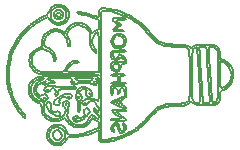
<source format=gbo>
%TF.GenerationSoftware,KiCad,Pcbnew,(5.1.6)-1*%
%TF.CreationDate,2020-10-07T00:16:53+02:00*%
%TF.ProjectId,RPI_FEATHER,5250495f-4645-4415-9448-45522e6b6963,rev?*%
%TF.SameCoordinates,Original*%
%TF.FileFunction,Legend,Bot*%
%TF.FilePolarity,Positive*%
%FSLAX46Y46*%
G04 Gerber Fmt 4.6, Leading zero omitted, Abs format (unit mm)*
G04 Created by KiCad (PCBNEW (5.1.6)-1) date 2020-10-07 00:16:53*
%MOMM*%
%LPD*%
G01*
G04 APERTURE LIST*
%ADD10C,0.200000*%
G04 APERTURE END LIST*
D10*
%TO.C,REF\u002A\u002A*%
X136969200Y-54779919D02*
X136779815Y-54680532D01*
X136779815Y-54680532D02*
X136609891Y-54550228D01*
X136609891Y-54550228D02*
X136467261Y-54407309D01*
X136467261Y-54407309D02*
X136323057Y-54243478D01*
X136323057Y-54243478D02*
X136296216Y-54211758D01*
X138596245Y-55023708D02*
X138354893Y-55023145D01*
X138354893Y-55023145D02*
X138119505Y-55013303D01*
X138119505Y-55013303D02*
X137892522Y-54994549D01*
X137892522Y-54994549D02*
X137676388Y-54967249D01*
X137676388Y-54967249D02*
X137473546Y-54931769D01*
X137473546Y-54931769D02*
X137242406Y-54876476D01*
X137242406Y-54876476D02*
X137040624Y-54809690D01*
X137040624Y-54809690D02*
X136969200Y-54779919D01*
X139804878Y-55113926D02*
X139648736Y-55241222D01*
X139648736Y-55241222D02*
X139647922Y-55246924D01*
X128962378Y-54009279D02*
X128652754Y-53851361D01*
X142377098Y-56354040D02*
X142041880Y-56202046D01*
X129015093Y-53869333D02*
X128962378Y-54009279D01*
X129540091Y-53305542D02*
X129370437Y-53426432D01*
X129370437Y-53426432D02*
X129214661Y-53579505D01*
X129214661Y-53579505D02*
X129084677Y-53742785D01*
X129084677Y-53742785D02*
X129015093Y-53869333D01*
X130885701Y-53538053D02*
X130718473Y-53392606D01*
X130718473Y-53392606D02*
X130519665Y-53284870D01*
X130519665Y-53284870D02*
X130299945Y-53216687D01*
X130299945Y-53216687D02*
X130069979Y-53189901D01*
X130069979Y-53189901D02*
X129840434Y-53206354D01*
X129840434Y-53206354D02*
X129621978Y-53267891D01*
X129621978Y-53267891D02*
X129540091Y-53305542D01*
X131138889Y-53870976D02*
X131020195Y-53698990D01*
X131020195Y-53698990D02*
X130885701Y-53538053D01*
X131217378Y-54011849D02*
X131138889Y-53870976D01*
X131502001Y-53878850D02*
X131316511Y-53974920D01*
X131316511Y-53974920D02*
X131217378Y-54011849D01*
X139647922Y-55246924D02*
X139568124Y-55298757D01*
X132314698Y-51962705D02*
X132103495Y-51950001D01*
X132103495Y-51950001D02*
X131893847Y-51968545D01*
X131893847Y-51968545D02*
X131785938Y-52137571D01*
X131785938Y-52137571D02*
X131775432Y-52374381D01*
X131775432Y-52374381D02*
X131775278Y-52418400D01*
X131773696Y-53351568D02*
X131772929Y-53729386D01*
X131681365Y-52716836D02*
X131493104Y-52640708D01*
X131493104Y-52640708D02*
X131291535Y-52566695D01*
X131291535Y-52566695D02*
X131083098Y-52496478D01*
X131083098Y-52496478D02*
X130874238Y-52431736D01*
X130874238Y-52431736D02*
X130671396Y-52374152D01*
X130671396Y-52374152D02*
X130421438Y-52311413D01*
X130421438Y-52311413D02*
X130208904Y-52268372D01*
X130208904Y-52268372D02*
X129993682Y-52249460D01*
X129993682Y-52249460D02*
X129946640Y-52264189D01*
X143132792Y-57160686D02*
X143053355Y-56967605D01*
X143053355Y-56967605D02*
X142944824Y-56793447D01*
X142944824Y-56793447D02*
X142807523Y-56638559D01*
X142807523Y-56638559D02*
X142641778Y-56503288D01*
X142641778Y-56503288D02*
X142447912Y-56387979D01*
X142447912Y-56387979D02*
X142377098Y-56354040D01*
X131772929Y-53729386D02*
X131502001Y-53878850D01*
X129946640Y-52264189D02*
X130081292Y-52423966D01*
X130081292Y-52423966D02*
X130291869Y-52470179D01*
X130291869Y-52470179D02*
X130324526Y-52475836D01*
X139274533Y-55112111D02*
X139081266Y-55050851D01*
X139081266Y-55050851D02*
X138875384Y-55027023D01*
X138875384Y-55027023D02*
X138659396Y-55022920D01*
X138659396Y-55022920D02*
X138596245Y-55023708D01*
X139568124Y-55298757D02*
X139488326Y-55253637D01*
X131774463Y-52973752D02*
X131773696Y-53351568D01*
X131775278Y-52418400D02*
X131769891Y-52628402D01*
X131769891Y-52628402D02*
X131681365Y-52716836D01*
X142041880Y-56202046D02*
X142041880Y-55854139D01*
X141724427Y-55113423D02*
X141483158Y-55060387D01*
X141483158Y-55060387D02*
X141224988Y-55038669D01*
X141224988Y-55038669D02*
X141001020Y-55029535D01*
X141001020Y-55029535D02*
X140764731Y-55026532D01*
X140764731Y-55026532D02*
X140528436Y-55029655D01*
X140528436Y-55029655D02*
X140304452Y-55038903D01*
X140304452Y-55038903D02*
X140046242Y-55060756D01*
X140046242Y-55060756D02*
X139829521Y-55103365D01*
X139829521Y-55103365D02*
X139804878Y-55113926D01*
X142041880Y-55854139D02*
X142031737Y-55644940D01*
X142031737Y-55644940D02*
X141992981Y-55446282D01*
X141992981Y-55446282D02*
X141897099Y-55254673D01*
X141897099Y-55254673D02*
X141745003Y-55124565D01*
X141745003Y-55124565D02*
X141724427Y-55113423D01*
X131415370Y-52811658D02*
X131774463Y-52973752D01*
X130324526Y-52475836D02*
X130521818Y-52511435D01*
X130521818Y-52511435D02*
X130723323Y-52555594D01*
X130723323Y-52555594D02*
X130935958Y-52617145D01*
X130935958Y-52617145D02*
X131155692Y-52699129D01*
X131155692Y-52699129D02*
X131374582Y-52793329D01*
X131374582Y-52793329D02*
X131415370Y-52811658D01*
X134932219Y-52910084D02*
X134715043Y-52772801D01*
X134715043Y-52772801D02*
X134483095Y-52642313D01*
X134483095Y-52642313D02*
X134239468Y-52519738D01*
X134239468Y-52519738D02*
X133987254Y-52406195D01*
X133987254Y-52406195D02*
X133729546Y-52302804D01*
X133729546Y-52302804D02*
X133469436Y-52210684D01*
X133469436Y-52210684D02*
X133210016Y-52130954D01*
X133210016Y-52130954D02*
X132954380Y-52064733D01*
X132954380Y-52064733D02*
X132705620Y-52013142D01*
X132705620Y-52013142D02*
X132466827Y-51977298D01*
X132466827Y-51977298D02*
X132314698Y-51962705D01*
X136296216Y-54211758D02*
X136160501Y-54053639D01*
X136160501Y-54053639D02*
X136025169Y-53901803D01*
X136025169Y-53901803D02*
X135846061Y-53709836D01*
X135846061Y-53709836D02*
X135669413Y-53530738D01*
X135669413Y-53530738D02*
X135496242Y-53365479D01*
X135496242Y-53365479D02*
X135327566Y-53215032D01*
X135327566Y-53215032D02*
X135164402Y-53080366D01*
X135164402Y-53080366D02*
X134969750Y-52935707D01*
X134969750Y-52935707D02*
X134932219Y-52910084D01*
X139488326Y-55253637D02*
X139317479Y-55132398D01*
X139317479Y-55132398D02*
X139274533Y-55112111D01*
X128501147Y-52693275D02*
X128297626Y-52705072D01*
X128297626Y-52705072D02*
X128288351Y-52700919D01*
X128367275Y-51840782D02*
X128586773Y-51867398D01*
X128586773Y-51867398D02*
X128775365Y-51943544D01*
X128775365Y-51943544D02*
X128935132Y-52079479D01*
X128935132Y-52079479D02*
X128981091Y-52147346D01*
X128501144Y-52693264D02*
X128501147Y-52693275D01*
X128664738Y-52237357D02*
X128664738Y-52237357D01*
X128017772Y-52331482D02*
X127970314Y-52553148D01*
X127970314Y-52553148D02*
X128063027Y-52764837D01*
X128063027Y-52764837D02*
X128258944Y-52887493D01*
X128258944Y-52887493D02*
X128464233Y-52891123D01*
X128464233Y-52891123D02*
X128664738Y-52774184D01*
X127702102Y-52613146D02*
X127700880Y-52378533D01*
X127700880Y-52378533D02*
X127766306Y-52175469D01*
X127766306Y-52175469D02*
X127890712Y-52012859D01*
X127890712Y-52012859D02*
X128066427Y-51899609D01*
X128066427Y-51899609D02*
X128285783Y-51844623D01*
X128285783Y-51844623D02*
X128367275Y-51840782D01*
X128263324Y-52319562D02*
X128463823Y-52316239D01*
X128463823Y-52316239D02*
X128582070Y-52486130D01*
X128582070Y-52486130D02*
X128519226Y-52676815D01*
X128519226Y-52676815D02*
X128501144Y-52693264D01*
X128981091Y-52147346D02*
X129039954Y-52360759D01*
X129039954Y-52360759D02*
X129045052Y-52567591D01*
X129045052Y-52567591D02*
X129016982Y-52767137D01*
X129016982Y-52767137D02*
X128935729Y-52949769D01*
X128216982Y-53179097D02*
X128020783Y-53093040D01*
X128020783Y-53093040D02*
X127850948Y-52948885D01*
X127850948Y-52948885D02*
X127740287Y-52760421D01*
X127740287Y-52760421D02*
X127702102Y-52613146D01*
X128935729Y-52949769D02*
X128935729Y-52949769D01*
X128288351Y-52700919D02*
X128160118Y-52541332D01*
X128160118Y-52541332D02*
X128224420Y-52346248D01*
X128224420Y-52346248D02*
X128263324Y-52319562D01*
X128795317Y-52505771D02*
X128726847Y-52316166D01*
X128726847Y-52316166D02*
X128664738Y-52237357D01*
X128664738Y-52774184D02*
X128772937Y-52605075D01*
X128772937Y-52605075D02*
X128795317Y-52505771D01*
X128664738Y-52237357D02*
X128493093Y-52125311D01*
X128493093Y-52125311D02*
X128290560Y-52109819D01*
X128290560Y-52109819D02*
X128109835Y-52206761D01*
X128109835Y-52206761D02*
X128017772Y-52331482D01*
X130560912Y-58113769D02*
X130560912Y-58113846D01*
X128935729Y-52949769D02*
X128767313Y-53074688D01*
X128767313Y-53074688D02*
X128633689Y-53145074D01*
X126993355Y-52933658D02*
X127486877Y-52686599D01*
X128393090Y-63067010D02*
X128560968Y-62938372D01*
X128560968Y-62938372D02*
X128631010Y-62743387D01*
X128631010Y-62743387D02*
X128594709Y-62524405D01*
X128594709Y-62524405D02*
X128525461Y-62407967D01*
X128854598Y-63043439D02*
X128854598Y-63043439D01*
X130560912Y-58113846D02*
X130349192Y-58107857D01*
X130349192Y-58107857D02*
X130139884Y-58088400D01*
X130139884Y-58088400D02*
X129954874Y-58008548D01*
X129954874Y-58008548D02*
X129920787Y-57980091D01*
X129114513Y-60056133D02*
X129003682Y-60139834D01*
X129003680Y-60139834D02*
X129025823Y-59989637D01*
X127672055Y-63043439D02*
X127582457Y-62820812D01*
X127582457Y-62820812D02*
X127572079Y-62596952D01*
X127572079Y-62596952D02*
X127632137Y-62387825D01*
X127632137Y-62387825D02*
X127753848Y-62209401D01*
X127753848Y-62209401D02*
X127928428Y-62077647D01*
X127928428Y-62077647D02*
X128147092Y-62008530D01*
X128147092Y-62008530D02*
X128244935Y-62001999D01*
X128445720Y-60702216D02*
X128445723Y-60702224D01*
X128854598Y-63043439D02*
X128709762Y-63199601D01*
X128709762Y-63199601D02*
X128529329Y-63312723D01*
X128529329Y-63312723D02*
X128320394Y-63380682D01*
X128320394Y-63380682D02*
X128263327Y-63384975D01*
X130657284Y-59927037D02*
X130633824Y-59980236D01*
X129779500Y-57855635D02*
X130546859Y-57853916D01*
X131412044Y-58265676D02*
X131412045Y-58265676D01*
X127898156Y-51773326D02*
X127742408Y-51920393D01*
X127742408Y-51920393D02*
X127611771Y-52099134D01*
X127611771Y-52099134D02*
X127527084Y-52287845D01*
X127527084Y-52287845D02*
X127518541Y-52349026D01*
X129003682Y-60139834D02*
X129003680Y-60139834D01*
X125386577Y-54185553D02*
X125526209Y-54028407D01*
X125526209Y-54028407D02*
X125698847Y-53859361D01*
X125698847Y-53859361D02*
X125896732Y-53684458D01*
X125896732Y-53684458D02*
X126057048Y-53553075D01*
X126057048Y-53553075D02*
X126223929Y-53424347D01*
X126223929Y-53424347D02*
X126394103Y-53300825D01*
X126394103Y-53300825D02*
X126564297Y-53185059D01*
X126564297Y-53185059D02*
X126785596Y-53047176D01*
X126785596Y-53047176D02*
X126993355Y-52933658D01*
X127894039Y-62526295D02*
X127870027Y-62728824D01*
X127870027Y-62728824D02*
X127962968Y-62934002D01*
X127962968Y-62934002D02*
X128142379Y-63065705D01*
X128142379Y-63065705D02*
X128364501Y-63076519D01*
X128364501Y-63076519D02*
X128393090Y-63067010D01*
X130600946Y-59873837D02*
X130657284Y-59927037D01*
X129220360Y-52316229D02*
X129220360Y-52316229D01*
X127305744Y-58196400D02*
X127225945Y-58243907D01*
X131412045Y-58265676D02*
X131348871Y-58202501D01*
X127486877Y-52686599D02*
X127582313Y-52872624D01*
X127260856Y-59426783D02*
X127258054Y-59517203D01*
X130633824Y-59980236D02*
X130633824Y-59980236D01*
X127258054Y-59517203D02*
X127168294Y-59541346D01*
X129073177Y-53042183D02*
X129169457Y-52846013D01*
X129169457Y-52846013D02*
X129220376Y-52629071D01*
X129220376Y-52629071D02*
X129230602Y-52407603D01*
X129230602Y-52407603D02*
X129220360Y-52316229D01*
X128751777Y-53282891D02*
X128929924Y-53173456D01*
X128929924Y-53173456D02*
X129073177Y-53042183D01*
X127582313Y-52872624D02*
X127708171Y-53059960D01*
X127708171Y-53059960D02*
X127867686Y-53206073D01*
X127867686Y-53206073D02*
X128052270Y-53307950D01*
X128052270Y-53307950D02*
X128253338Y-53362578D01*
X128253338Y-53362578D02*
X128462304Y-53366947D01*
X128462304Y-53366947D02*
X128670582Y-53318043D01*
X128670582Y-53318043D02*
X128751777Y-53282891D01*
X124708678Y-59840579D02*
X124618264Y-59651616D01*
X124618264Y-59651616D02*
X124535871Y-59456836D01*
X124535871Y-59456836D02*
X124461583Y-59256889D01*
X124461583Y-59256889D02*
X124395486Y-59052430D01*
X124395486Y-59052430D02*
X124337664Y-58844111D01*
X124337664Y-58844111D02*
X124288202Y-58632586D01*
X124288202Y-58632586D02*
X124247186Y-58418505D01*
X124247186Y-58418505D02*
X124214699Y-58202524D01*
X124214699Y-58202524D02*
X124190828Y-57985294D01*
X124190828Y-57985294D02*
X124175657Y-57767469D01*
X124175657Y-57767469D02*
X124169271Y-57549700D01*
X124169271Y-57549700D02*
X124171755Y-57332642D01*
X124171755Y-57332642D02*
X124183193Y-57116947D01*
X124183193Y-57116947D02*
X124203672Y-56903268D01*
X124203672Y-56903268D02*
X124233275Y-56692257D01*
X124233275Y-56692257D02*
X124272088Y-56484568D01*
X125522695Y-61218596D02*
X125507310Y-61006014D01*
X125507310Y-61006014D02*
X125441802Y-60930481D01*
X128525461Y-62407967D02*
X128344297Y-62279761D01*
X128344297Y-62279761D02*
X128141520Y-62282510D01*
X128141520Y-62282510D02*
X127964210Y-62407391D01*
X127964210Y-62407391D02*
X127894039Y-62526295D01*
X128751777Y-51728650D02*
X128561699Y-51661652D01*
X128561699Y-51661652D02*
X128361106Y-51638294D01*
X128361106Y-51638294D02*
X128137524Y-51664065D01*
X128137524Y-51664065D02*
X127940666Y-51744719D01*
X127940666Y-51744719D02*
X127898156Y-51773326D01*
X129716231Y-58263491D02*
X129628126Y-58200316D01*
X128525461Y-62407967D02*
X128525461Y-62407967D01*
X127146147Y-58165778D02*
X127225945Y-58118270D01*
X129628126Y-58200316D02*
X129705804Y-58118270D01*
X129716229Y-58263491D02*
X129716231Y-58263491D01*
X131348871Y-58202501D02*
X131433103Y-58118270D01*
X125441802Y-60930481D02*
X125293677Y-60750665D01*
X125293677Y-60750665D02*
X125168937Y-60580223D01*
X125168937Y-60580223D02*
X125038856Y-60390299D01*
X125038856Y-60390299D02*
X124912644Y-60194588D01*
X124912644Y-60194588D02*
X124799514Y-60006783D01*
X124799514Y-60006783D02*
X124708678Y-59840579D01*
X130577485Y-59927037D02*
X130600946Y-59873837D01*
X124004097Y-57492629D02*
X124007607Y-57769944D01*
X124007607Y-57769944D02*
X124019743Y-58028450D01*
X124019743Y-58028450D02*
X124041395Y-58271812D01*
X124041395Y-58271812D02*
X124073451Y-58503695D01*
X124073451Y-58503695D02*
X124116799Y-58727763D01*
X124116799Y-58727763D02*
X124172328Y-58947682D01*
X124172328Y-58947682D02*
X124240928Y-59167117D01*
X124240928Y-59167117D02*
X124323486Y-59389732D01*
X124323486Y-59389732D02*
X124420892Y-59619193D01*
X124420892Y-59619193D02*
X124534033Y-59859164D01*
X124534033Y-59859164D02*
X124618643Y-60026794D01*
X127168294Y-59541346D02*
X127168306Y-59541337D01*
X124290173Y-55750912D02*
X124212263Y-55985897D01*
X124212263Y-55985897D02*
X124149160Y-56199122D01*
X124149160Y-56199122D02*
X124099482Y-56398999D01*
X124099482Y-56398999D02*
X124054158Y-56642893D01*
X124054158Y-56642893D02*
X124029633Y-56843498D01*
X124029633Y-56843498D02*
X124014041Y-57058098D01*
X124014041Y-57058098D02*
X124006002Y-57295106D01*
X124006002Y-57295106D02*
X124004097Y-57492629D01*
X127162056Y-52635960D02*
X126915449Y-52759169D01*
X126915449Y-52759169D02*
X126675096Y-52894831D01*
X126675096Y-52894831D02*
X126441574Y-53042320D01*
X126441574Y-53042320D02*
X126215462Y-53201008D01*
X126215462Y-53201008D02*
X125997336Y-53370270D01*
X125997336Y-53370270D02*
X125787773Y-53549480D01*
X125787773Y-53549480D02*
X125587352Y-53738011D01*
X125587352Y-53738011D02*
X125396648Y-53935237D01*
X125396648Y-53935237D02*
X125216241Y-54140531D01*
X125216241Y-54140531D02*
X125046707Y-54353268D01*
X125046707Y-54353268D02*
X124888623Y-54572822D01*
X124888623Y-54572822D02*
X124742568Y-54798565D01*
X124742568Y-54798565D02*
X124609117Y-55029872D01*
X124609117Y-55029872D02*
X124488850Y-55266116D01*
X124488850Y-55266116D02*
X124382342Y-55506671D01*
X124382342Y-55506671D02*
X124290173Y-55750912D01*
X129920787Y-57980091D02*
X129779500Y-57855635D01*
X127168306Y-59541337D02*
X127260856Y-59426783D01*
X129220360Y-52316229D02*
X129156491Y-52111523D01*
X129156491Y-52111523D02*
X129040189Y-51938595D01*
X129040189Y-51938595D02*
X128870062Y-51795701D01*
X128870062Y-51795701D02*
X128751777Y-51728650D01*
X127225945Y-58243907D02*
X127225945Y-58243907D01*
X128244935Y-62001999D02*
X128481347Y-62042707D01*
X128481347Y-62042707D02*
X128679870Y-62153190D01*
X128679870Y-62153190D02*
X128830692Y-62316685D01*
X128830692Y-62316685D02*
X128924004Y-62516432D01*
X128924004Y-62516432D02*
X128949993Y-62735671D01*
X128949993Y-62735671D02*
X128898850Y-62957641D01*
X128898850Y-62957641D02*
X128854598Y-63043439D01*
X130633824Y-59980236D02*
X130577485Y-59927037D01*
X131433103Y-58118270D02*
X131412044Y-58265676D01*
X127225945Y-58118270D02*
X127305744Y-58196400D01*
X127518541Y-52349026D02*
X127400240Y-52511844D01*
X127400240Y-52511844D02*
X127213080Y-52611789D01*
X127213080Y-52611789D02*
X127162056Y-52635960D01*
X128633689Y-53145074D02*
X128434555Y-53210537D01*
X128434555Y-53210537D02*
X128232870Y-53183781D01*
X128232870Y-53183781D02*
X128216982Y-53179097D01*
X124272088Y-56484568D02*
X124327014Y-56249732D01*
X124327014Y-56249732D02*
X124391634Y-56020044D01*
X124391634Y-56020044D02*
X124466141Y-55795105D01*
X124466141Y-55795105D02*
X124550729Y-55574514D01*
X124550729Y-55574514D02*
X124645592Y-55357874D01*
X124645592Y-55357874D02*
X124750923Y-55144783D01*
X124750923Y-55144783D02*
X124866917Y-54934842D01*
X124866917Y-54934842D02*
X124993766Y-54727651D01*
X124993766Y-54727651D02*
X125131665Y-54522812D01*
X125131665Y-54522812D02*
X125280807Y-54319924D01*
X125280807Y-54319924D02*
X125386577Y-54185553D01*
X131186984Y-57987631D02*
X131005670Y-58102003D01*
X131005670Y-58102003D02*
X130783479Y-58116362D01*
X130783479Y-58116362D02*
X130560912Y-58113769D01*
X127225945Y-58243907D02*
X127146147Y-58165778D01*
X131314219Y-57852196D02*
X131186984Y-57987631D01*
X124618643Y-60026794D02*
X124722296Y-60212168D01*
X124722296Y-60212168D02*
X124846901Y-60411241D01*
X124846901Y-60411241D02*
X124983318Y-60611962D01*
X124983318Y-60611962D02*
X125122407Y-60802284D01*
X125122407Y-60802284D02*
X125255029Y-60970157D01*
X125255029Y-60970157D02*
X125397789Y-61130074D01*
X125397789Y-61130074D02*
X125522695Y-61218596D01*
X128263327Y-63384975D02*
X128061228Y-63340738D01*
X128061228Y-63340738D02*
X127873767Y-63241353D01*
X127873767Y-63241353D02*
X127719877Y-63107972D01*
X127719877Y-63107972D02*
X127672055Y-63043439D01*
X129025823Y-59989637D02*
X129114513Y-60056133D01*
X129705804Y-58118270D02*
X129716229Y-58263491D01*
X130546859Y-57853916D02*
X131314219Y-57852196D01*
X129408817Y-59236880D02*
X129408816Y-59236869D01*
X129220910Y-59368454D02*
X129274109Y-59391907D01*
X129167710Y-59424793D02*
X129220910Y-59368454D01*
X128945656Y-59237029D02*
X128737590Y-59278012D01*
X128737590Y-59278012D02*
X128545450Y-59350100D01*
X128545450Y-59350100D02*
X128383317Y-59476281D01*
X128383317Y-59476281D02*
X128350291Y-59508118D01*
X129220910Y-59448245D02*
X129167710Y-59424793D01*
X127486802Y-58871366D02*
X127396383Y-58868594D01*
X127699229Y-58796607D02*
X127888779Y-58701330D01*
X127888779Y-58701330D02*
X128076199Y-58771828D01*
X128076199Y-58771828D02*
X128101858Y-58806397D01*
X129403306Y-59577455D02*
X129483500Y-59388031D01*
X129483500Y-59388031D02*
X129408817Y-59236880D01*
X130946862Y-60524064D02*
X130773334Y-60408460D01*
X130773334Y-60408460D02*
X130574980Y-60485096D01*
X130574980Y-60485096D02*
X130539410Y-60542756D01*
X128354780Y-58918087D02*
X128554438Y-58813638D01*
X128554438Y-58813638D02*
X128787688Y-58804372D01*
X128787688Y-58804372D02*
X129010450Y-58799319D01*
X129010450Y-58799319D02*
X129075602Y-58798021D01*
X128455501Y-59872631D02*
X128459627Y-59668863D01*
X128459627Y-59668863D02*
X128563086Y-59558513D01*
X129075602Y-58798021D02*
X129305570Y-58792112D01*
X129305570Y-58792112D02*
X129522513Y-58782279D01*
X129522513Y-58782279D02*
X129737812Y-58760802D01*
X129737812Y-58760802D02*
X129846067Y-58716795D01*
X127419684Y-58566621D02*
X127232129Y-58665690D01*
X127232129Y-58665690D02*
X127173273Y-58859866D01*
X127173273Y-58859866D02*
X127179668Y-58886914D01*
X129408816Y-59236869D02*
X129209044Y-59201099D01*
X129209044Y-59201099D02*
X129000068Y-59228050D01*
X129000068Y-59228050D02*
X128945656Y-59237029D01*
X130018895Y-59477984D02*
X130144473Y-59378760D01*
X127729760Y-60249180D02*
X127761656Y-60048688D01*
X127761656Y-60048688D02*
X127757337Y-60031552D01*
X128128177Y-60693421D02*
X127928315Y-60725017D01*
X127928315Y-60725017D02*
X127760007Y-60592666D01*
X127760007Y-60592666D02*
X127694833Y-60401991D01*
X127694833Y-60401991D02*
X127729760Y-60249180D01*
X129061313Y-59554642D02*
X129238313Y-59656106D01*
X129238313Y-59656106D02*
X129403306Y-59577455D01*
X128098849Y-59714242D02*
X128011549Y-59906317D01*
X128011549Y-59906317D02*
X128023067Y-60030715D01*
X127731336Y-58521560D02*
X127531739Y-58554493D01*
X127531739Y-58554493D02*
X127419684Y-58566621D01*
X129687566Y-61481305D02*
X129884908Y-61548681D01*
X129884908Y-61548681D02*
X130101313Y-61478914D01*
X130101313Y-61478914D02*
X130132027Y-61468184D01*
X130098694Y-59554644D02*
X130098694Y-59554644D01*
X130946865Y-60524050D02*
X130946862Y-60524064D01*
X129806099Y-61310213D02*
X129859298Y-61257014D01*
X128445723Y-60702224D02*
X128259561Y-60626459D01*
X128259561Y-60626459D02*
X128128177Y-60693421D01*
X130144473Y-59378760D02*
X130098694Y-59554644D01*
X128563086Y-59558513D02*
X128746003Y-59463822D01*
X128746003Y-59463822D02*
X128950654Y-59477979D01*
X128950654Y-59477979D02*
X129061313Y-59554642D01*
X128373703Y-60137705D02*
X128466516Y-59956791D01*
X128466516Y-59956791D02*
X128455501Y-59872631D01*
X130897084Y-60869140D02*
X131017100Y-60706270D01*
X131017100Y-60706270D02*
X130946865Y-60524050D01*
X128023067Y-60030715D02*
X128172352Y-60167066D01*
X128172352Y-60167066D02*
X128373703Y-60137705D01*
X128350291Y-59508118D02*
X128198362Y-59646520D01*
X128198362Y-59646520D02*
X128098849Y-59714242D01*
X129859298Y-61257014D02*
X129912497Y-61310213D01*
X127396383Y-58868594D02*
X127396384Y-58868577D01*
X127462670Y-58781607D02*
X127486802Y-58871366D01*
X127396384Y-58868577D02*
X127462670Y-58781607D01*
X130072098Y-61205676D02*
X129965699Y-61097406D01*
X129823832Y-58645119D02*
X129602216Y-58642678D01*
X129602216Y-58642678D02*
X129398827Y-58642645D01*
X129398827Y-58642645D02*
X129192069Y-58643210D01*
X129192069Y-58643210D02*
X129043272Y-58643902D01*
X128180361Y-59362338D02*
X128310805Y-59191145D01*
X128310805Y-59191145D02*
X128360786Y-58988052D01*
X128360786Y-58988052D02*
X128354780Y-58918087D01*
X127179668Y-58886914D02*
X127304724Y-59048820D01*
X127304724Y-59048820D02*
X127459975Y-59063084D01*
X129823831Y-58645156D02*
X129823832Y-58645119D01*
X128097725Y-59220210D02*
X128180361Y-59362338D01*
X129859298Y-61363412D02*
X129806099Y-61310213D01*
X130617789Y-61183635D02*
X130750845Y-61033462D01*
X130750845Y-61033462D02*
X130890095Y-60876967D01*
X130890095Y-60876967D02*
X130897084Y-60869140D01*
X128101858Y-58806397D02*
X128154185Y-59006756D01*
X128154185Y-59006756D02*
X128110814Y-59204796D01*
X128110814Y-59204796D02*
X128097725Y-59220210D01*
X128112289Y-58566091D02*
X127907744Y-58513086D01*
X127907744Y-58513086D02*
X127731336Y-58521560D01*
X129846067Y-58716795D02*
X129823831Y-58645156D01*
X130543083Y-60785480D02*
X130580086Y-60982825D01*
X127459975Y-59063084D02*
X127636606Y-58950964D01*
X127636606Y-58950964D02*
X127699229Y-58796607D01*
X129912497Y-61310213D02*
X129859298Y-61363412D01*
X130132027Y-61468184D02*
X130320873Y-61390146D01*
X130320873Y-61390146D02*
X130507199Y-61281000D01*
X130507199Y-61281000D02*
X130617789Y-61183635D01*
X129859298Y-61363412D02*
X129859298Y-61363412D01*
X130539410Y-60542756D02*
X130522771Y-60748758D01*
X130522771Y-60748758D02*
X130543083Y-60785480D01*
X129965699Y-61097406D02*
X129756024Y-61090682D01*
X129756024Y-61090682D02*
X129622038Y-61260811D01*
X129622038Y-61260811D02*
X129670700Y-61462856D01*
X129670700Y-61462856D02*
X129687566Y-61481305D01*
X128465479Y-61033570D02*
X128521606Y-60838645D01*
X128521606Y-60838645D02*
X128445720Y-60702216D01*
X128128940Y-61041979D02*
X128323945Y-61092505D01*
X128323945Y-61092505D02*
X128465479Y-61033570D01*
X127885719Y-60902931D02*
X128066820Y-60992197D01*
X128066820Y-60992197D02*
X128128940Y-61041979D01*
X127465338Y-60444034D02*
X127542895Y-60630953D01*
X127542895Y-60630953D02*
X127695025Y-60788500D01*
X127695025Y-60788500D02*
X127866009Y-60894623D01*
X127866009Y-60894623D02*
X127885719Y-60902931D01*
X130580086Y-60982825D02*
X130438747Y-61137604D01*
X130438747Y-61137604D02*
X130239890Y-61236227D01*
X130239890Y-61236227D02*
X130072098Y-61205676D01*
X127385539Y-60299435D02*
X127465338Y-60444034D01*
X127384851Y-59927615D02*
X127308556Y-60113427D01*
X127308556Y-60113427D02*
X127385539Y-60299435D01*
X127757337Y-60031552D02*
X127595625Y-59897787D01*
X127595625Y-59897787D02*
X127395179Y-59919763D01*
X127395179Y-59919763D02*
X127384851Y-59927615D01*
X129220910Y-59448245D02*
X129220910Y-59448245D01*
X129043272Y-58643902D02*
X128807936Y-58643525D01*
X128807936Y-58643525D02*
X128578816Y-58638094D01*
X128578816Y-58638094D02*
X128373928Y-58623970D01*
X128373928Y-58623970D02*
X128171473Y-58587042D01*
X128171473Y-58587042D02*
X128112289Y-58566091D01*
X129274109Y-59391907D02*
X129220910Y-59448245D01*
X130732500Y-59065919D02*
X130741249Y-59270608D01*
X130741249Y-59270608D02*
X130870384Y-59426671D01*
X130870384Y-59426671D02*
X130976478Y-59448245D01*
X130284891Y-59687642D02*
X130385605Y-59507387D01*
X130385605Y-59507387D02*
X130318035Y-59309593D01*
X130318035Y-59309593D02*
X130250454Y-59248131D01*
X130633837Y-58801615D02*
X130744137Y-58978765D01*
X130744137Y-58978765D02*
X130732500Y-59065919D01*
X130250454Y-59248131D02*
X130133261Y-59081450D01*
X130133261Y-59081450D02*
X130143379Y-59011033D01*
X130976478Y-59448245D02*
X131172792Y-59358869D01*
X131172792Y-59358869D02*
X131234546Y-59161769D01*
X131234546Y-59161769D02*
X131136984Y-58963484D01*
X131136984Y-58963484D02*
X131096176Y-58933061D01*
X131003078Y-59235450D02*
X131003078Y-59235450D01*
X131047410Y-59111318D02*
X131003078Y-59235450D01*
X130143379Y-59011033D02*
X130270343Y-58843569D01*
X130270343Y-58843569D02*
X130467450Y-58774980D01*
X130467450Y-58774980D02*
X130633837Y-58801615D01*
X130098694Y-59554644D02*
X130018895Y-59477984D01*
X130923279Y-59155652D02*
X131047410Y-59111318D01*
X131003078Y-59235450D02*
X130923279Y-59155652D01*
X131096176Y-58933061D02*
X131096176Y-58933061D01*
X130098694Y-60725023D02*
X130173060Y-60533234D01*
X130173060Y-60533234D02*
X130178310Y-60322843D01*
X130178310Y-60322843D02*
X130178493Y-60254476D01*
X130178493Y-60254476D02*
X130181320Y-60032807D01*
X130181320Y-60032807D02*
X130203773Y-59822278D01*
X130203773Y-59822278D02*
X130284891Y-59687642D01*
X131670707Y-60912059D02*
X131773722Y-61091821D01*
X131773722Y-61091821D02*
X131774463Y-61127601D01*
X131585250Y-57970482D02*
X131638449Y-57852249D01*
X129513504Y-57977894D02*
X129435133Y-58176381D01*
X129435133Y-58176381D02*
X129500203Y-58369475D01*
X126565083Y-59148803D02*
X126469793Y-58952059D01*
X126469793Y-58952059D02*
X126468532Y-58739879D01*
X126468532Y-58739879D02*
X126547061Y-58554908D01*
X126547061Y-58554908D02*
X126589893Y-58497578D01*
X131184502Y-58351891D02*
X131361307Y-58451512D01*
X131361307Y-58451512D02*
X131558225Y-58401941D01*
X127796463Y-58257547D02*
X127998335Y-58239960D01*
X127998335Y-58239960D02*
X128077130Y-58171452D01*
X126732777Y-59503144D02*
X126919084Y-59600153D01*
X126919084Y-59600153D02*
X127023504Y-59676148D01*
X129140444Y-60740473D02*
X129165175Y-60532563D01*
X129165175Y-60532563D02*
X129199321Y-60335188D01*
X129199321Y-60335188D02*
X129233080Y-60214165D01*
X130072616Y-61842203D02*
X129872494Y-61826135D01*
X129872494Y-61826135D02*
X129664720Y-61766916D01*
X129664720Y-61766916D02*
X129485050Y-61664342D01*
X129485050Y-61664342D02*
X129333931Y-61518659D01*
X129333931Y-61518659D02*
X129243718Y-61388342D01*
X129243718Y-61388342D02*
X129148587Y-61199593D01*
X129148587Y-61199593D02*
X129122328Y-60992475D01*
X129122328Y-60992475D02*
X129137234Y-60775100D01*
X129137234Y-60775100D02*
X129140444Y-60740473D01*
X127358942Y-57898943D02*
X127581636Y-57871056D01*
X127581636Y-57871056D02*
X127808792Y-57861564D01*
X127808792Y-57861564D02*
X128042342Y-57855942D01*
X128042342Y-57855942D02*
X128251705Y-57853211D01*
X128251705Y-57853211D02*
X128476123Y-57852259D01*
X127786148Y-58075167D02*
X127582035Y-58051241D01*
X127582035Y-58051241D02*
X127393673Y-57973543D01*
X127393673Y-57973543D02*
X127358942Y-57898943D01*
X131358895Y-60419670D02*
X131412749Y-60619741D01*
X131412749Y-60619741D02*
X131522297Y-60788417D01*
X131522297Y-60788417D02*
X131670707Y-60912059D01*
X131508469Y-59687642D02*
X131304663Y-59614252D01*
X131304663Y-59614252D02*
X131099075Y-59613186D01*
X131099075Y-59613186D02*
X130893599Y-59629337D01*
X130893599Y-59629337D02*
X130773047Y-59642781D01*
X127378466Y-61035963D02*
X127246986Y-60874443D01*
X127246986Y-60874443D02*
X127152140Y-60691673D01*
X127152140Y-60691673D02*
X127113422Y-60481232D01*
X127113422Y-60481232D02*
X127119397Y-60251949D01*
X127119397Y-60251949D02*
X127148495Y-60009336D01*
X127148495Y-60009336D02*
X127156692Y-59953950D01*
X130410173Y-59798349D02*
X130374798Y-59996445D01*
X130374798Y-59996445D02*
X130516089Y-60155502D01*
X130516089Y-60155502D02*
X130530304Y-60161380D01*
X130018895Y-60246232D02*
X130021387Y-60461203D01*
X130021387Y-60461203D02*
X130041947Y-60666856D01*
X130041947Y-60666856D02*
X130098694Y-60725023D01*
X129912497Y-59661043D02*
X130002416Y-59850899D01*
X130002416Y-59850899D02*
X130017515Y-60077330D01*
X130017515Y-60077330D02*
X130018895Y-60246232D01*
X131553465Y-60459027D02*
X131358895Y-60419670D01*
X129852310Y-59319568D02*
X129823772Y-59518076D01*
X129823772Y-59518076D02*
X129912497Y-59661043D01*
X128476123Y-57852259D02*
X128739805Y-57853152D01*
X128739805Y-57853152D02*
X128965937Y-57855920D01*
X128965937Y-57855920D02*
X129210899Y-57862753D01*
X129210899Y-57862753D02*
X129429818Y-57876778D01*
X129429818Y-57876778D02*
X129513504Y-57977894D01*
X129931962Y-59081885D02*
X129878341Y-59280646D01*
X129878341Y-59280646D02*
X129852310Y-59319568D01*
X126387909Y-58084347D02*
X126576735Y-57977107D01*
X126576735Y-57977107D02*
X126764469Y-57904188D01*
X126764469Y-57904188D02*
X126969333Y-57852890D01*
X126969333Y-57852890D02*
X127146147Y-57885925D01*
X130799499Y-58719039D02*
X130605747Y-58619260D01*
X130605747Y-58619260D02*
X130401460Y-58607340D01*
X130401460Y-58607340D02*
X130209033Y-58673914D01*
X130209033Y-58673914D02*
X130050862Y-58809613D01*
X130050862Y-58809613D02*
X129949342Y-59005071D01*
X129949342Y-59005071D02*
X129931962Y-59081885D01*
X128077130Y-58171452D02*
X127893157Y-58083521D01*
X127893157Y-58083521D02*
X127786148Y-58075167D01*
X131096176Y-58933061D02*
X130928526Y-58817599D01*
X130928526Y-58817599D02*
X130799499Y-58719039D01*
X131774463Y-58809831D02*
X131774240Y-59041690D01*
X131774240Y-59041690D02*
X131772759Y-59288258D01*
X131772759Y-59288258D02*
X131767647Y-59508895D01*
X131767647Y-59508895D02*
X131743625Y-59715423D01*
X131743625Y-59715423D02*
X131674578Y-59767413D01*
X127445766Y-59572188D02*
X127426506Y-59356005D01*
X127426506Y-59356005D02*
X127257725Y-59245378D01*
X127257725Y-59245378D02*
X127057067Y-59285157D01*
X127057067Y-59285157D02*
X127009531Y-59312717D01*
X126127570Y-59289469D02*
X126050605Y-59061826D01*
X126050605Y-59061826D02*
X126035245Y-58852198D01*
X126035245Y-58852198D02*
X126061158Y-58638669D01*
X126061158Y-58638669D02*
X126125466Y-58434561D01*
X126125466Y-58434561D02*
X126225290Y-58253199D01*
X126225290Y-58253199D02*
X126387909Y-58084347D01*
X129500203Y-58369475D02*
X129682320Y-58453076D01*
X129682320Y-58453076D02*
X129877593Y-58381265D01*
X126589893Y-58497578D02*
X126743239Y-58352109D01*
X126743239Y-58352109D02*
X126939984Y-58303404D01*
X126939984Y-58303404D02*
X127051027Y-58354247D01*
X129121415Y-59796231D02*
X128920168Y-59805692D01*
X128920168Y-59805692D02*
X128882143Y-59817958D01*
X131508469Y-60035272D02*
X131596236Y-60219476D01*
X131596236Y-60219476D02*
X131654766Y-60236632D01*
X131774463Y-61127601D02*
X131744367Y-61310213D01*
X128960518Y-60363354D02*
X128989474Y-60574914D01*
X128989474Y-60574914D02*
X128934296Y-60772522D01*
X128934296Y-60772522D02*
X128844007Y-60951595D01*
X128844007Y-60951595D02*
X128817547Y-60986500D01*
X131744367Y-61310213D02*
X131552684Y-61221861D01*
X131552684Y-61221861D02*
X131378325Y-61092689D01*
X131378325Y-61092689D02*
X131338747Y-61057405D01*
X130773047Y-59642781D02*
X130567975Y-59683027D01*
X130567975Y-59683027D02*
X130410173Y-59798349D01*
X130986249Y-61208034D02*
X130895677Y-61411861D01*
X130895677Y-61411861D02*
X130761864Y-61580644D01*
X130761864Y-61580644D02*
X130590190Y-61710649D01*
X130590190Y-61710649D02*
X130386038Y-61798139D01*
X130386038Y-61798139D02*
X130154790Y-61839379D01*
X130154790Y-61839379D02*
X130072616Y-61842203D01*
X131774463Y-60489328D02*
X131751937Y-60690775D01*
X131751937Y-60690775D02*
X131727778Y-60725023D01*
X129877593Y-58381265D02*
X130068761Y-58299677D01*
X130068761Y-58299677D02*
X130275383Y-58281699D01*
X130275383Y-58281699D02*
X130481917Y-58278041D01*
X130481917Y-58278041D02*
X130566061Y-58277841D01*
X128817547Y-60986500D02*
X128667569Y-61127690D01*
X128667569Y-61127690D02*
X128492559Y-61230873D01*
X128492559Y-61230873D02*
X128300762Y-61295766D01*
X128300762Y-61295766D02*
X128100419Y-61322086D01*
X128100419Y-61322086D02*
X127899775Y-61309549D01*
X127899775Y-61309549D02*
X127661104Y-61238803D01*
X127661104Y-61238803D02*
X127450941Y-61106348D01*
X127450941Y-61106348D02*
X127378466Y-61035963D01*
X126499521Y-58333298D02*
X126361330Y-58496465D01*
X126361330Y-58496465D02*
X126299263Y-58691114D01*
X126299263Y-58691114D02*
X126294962Y-58834606D01*
X126921361Y-59818651D02*
X126717067Y-59768778D01*
X126717067Y-59768778D02*
X126516286Y-59672907D01*
X126516286Y-59672907D02*
X126334945Y-59541658D01*
X126334945Y-59541658D02*
X126188973Y-59385648D01*
X126188973Y-59385648D02*
X126127570Y-59289469D01*
X130566061Y-58277841D02*
X130771860Y-58279992D01*
X130771860Y-58279992D02*
X130973630Y-58290310D01*
X130973630Y-58290310D02*
X131168560Y-58337438D01*
X131168560Y-58337438D02*
X131184502Y-58351891D01*
X127419881Y-58350646D02*
X127615322Y-58274283D01*
X127615322Y-58274283D02*
X127796463Y-58257547D01*
X126810576Y-58118261D02*
X126631938Y-58213284D01*
X126631938Y-58213284D02*
X126499521Y-58333298D01*
X131654766Y-60236632D02*
X131773009Y-60405604D01*
X131773009Y-60405604D02*
X131774463Y-60489328D01*
X130870080Y-59926824D02*
X131020069Y-59786559D01*
X131020069Y-59786559D02*
X131227017Y-59783443D01*
X131227017Y-59783443D02*
X131312558Y-59802509D01*
X127051027Y-58354247D02*
X127236227Y-58432821D01*
X127236227Y-58432821D02*
X127419881Y-58350646D01*
X127156692Y-59953950D02*
X126993302Y-59827893D01*
X126993302Y-59827893D02*
X126921361Y-59818651D01*
X127009531Y-59312717D02*
X126808184Y-59355108D01*
X126808184Y-59355108D02*
X126642557Y-59239131D01*
X126642557Y-59239131D02*
X126565083Y-59148803D01*
X126294962Y-58834606D02*
X126315825Y-59036318D01*
X126315825Y-59036318D02*
X126390889Y-59228589D01*
X126390889Y-59228589D02*
X126540905Y-59396513D01*
X126540905Y-59396513D02*
X126732777Y-59503144D01*
X127146147Y-57885925D02*
X127003064Y-58037657D01*
X127003064Y-58037657D02*
X126810576Y-58118261D01*
X130530304Y-60161380D02*
X130731925Y-60118511D01*
X130731925Y-60118511D02*
X130864549Y-59963502D01*
X130864549Y-59963502D02*
X130870080Y-59926824D01*
X128882143Y-59817958D02*
X128745734Y-59985646D01*
X128745734Y-59985646D02*
X128776154Y-60197336D01*
X128776154Y-60197336D02*
X128916116Y-60344485D01*
X128916116Y-60344485D02*
X128960518Y-60363354D01*
X131558225Y-58401941D02*
X131662406Y-58227402D01*
X131662406Y-58227402D02*
X131614166Y-58016746D01*
X131614166Y-58016746D02*
X131585250Y-57970482D01*
X131674578Y-59767413D02*
X131674579Y-59767441D01*
X131774463Y-57852249D02*
X131774463Y-58809831D01*
X131727778Y-60725023D02*
X131583055Y-60573125D01*
X131583055Y-60573125D02*
X131553465Y-60459027D01*
X131638449Y-57852249D02*
X131774463Y-57852249D01*
X127023504Y-59676148D02*
X127213744Y-59755679D01*
X127213744Y-59755679D02*
X127402459Y-59664989D01*
X127402459Y-59664989D02*
X127445766Y-59572188D01*
X131312558Y-59802509D02*
X131481447Y-59921911D01*
X131481447Y-59921911D02*
X131508469Y-60035272D01*
X129233080Y-60214165D02*
X129260240Y-60007156D01*
X129260240Y-60007156D02*
X129164912Y-59819069D01*
X129164912Y-59819069D02*
X129121415Y-59796231D01*
X131338747Y-61057405D02*
X131158570Y-60954545D01*
X131158570Y-60954545D02*
X131018933Y-61112514D01*
X131018933Y-61112514D02*
X130986249Y-61208034D01*
X133193511Y-61629406D02*
X132990259Y-61713720D01*
X132990259Y-61713720D02*
X132876326Y-61886850D01*
X132876326Y-61886850D02*
X132839370Y-62099357D01*
X132839370Y-62099357D02*
X132895931Y-62300314D01*
X132895931Y-62300314D02*
X132952899Y-62370283D01*
X134051118Y-61444551D02*
X133969673Y-61257701D01*
X133969673Y-61257701D02*
X133783762Y-61121675D01*
X133783762Y-61121675D02*
X133634988Y-61020358D01*
X130930188Y-53885999D02*
X131011332Y-54075312D01*
X131011332Y-54075312D02*
X131039099Y-54292267D01*
X131039099Y-54292267D02*
X131040454Y-54495026D01*
X131040454Y-54495026D02*
X131039168Y-54566302D01*
X134011670Y-61802304D02*
X133874782Y-61650353D01*
X133874782Y-61650353D02*
X133823409Y-61629406D01*
X133634988Y-61020358D02*
X133458546Y-60895941D01*
X133458546Y-60895941D02*
X133300761Y-60767841D01*
X133300761Y-60767841D02*
X133264037Y-60721651D01*
X126218503Y-56838373D02*
X126127602Y-56633268D01*
X126127602Y-56633268D02*
X126088229Y-56425995D01*
X126088229Y-56425995D02*
X126100365Y-56216279D01*
X126100365Y-56216279D02*
X126163993Y-56003845D01*
X133689629Y-60671828D02*
X133900016Y-60665161D01*
X133900016Y-60665161D02*
X134102920Y-60625680D01*
X134102920Y-60625680D02*
X134075323Y-60550035D01*
X126640756Y-55505172D02*
X126849867Y-55432720D01*
X126849867Y-55432720D02*
X127053498Y-55411752D01*
X127053498Y-55411752D02*
X127257303Y-55442401D01*
X127257303Y-55442401D02*
X127466939Y-55524801D01*
X134075323Y-60550035D02*
X134075323Y-60550032D01*
X134115221Y-59052343D02*
X134110924Y-58839927D01*
X134110924Y-58839927D02*
X134095095Y-58637986D01*
X134095095Y-58637986D02*
X134079754Y-58579328D01*
X129558305Y-53521399D02*
X129741259Y-53421267D01*
X129741259Y-53421267D02*
X129946317Y-53389646D01*
X129946317Y-53389646D02*
X130105685Y-53395114D01*
X129196053Y-54397693D02*
X129122584Y-54205402D01*
X129122584Y-54205402D02*
X129114512Y-54151512D01*
X134079754Y-58579328D02*
X134079755Y-58579328D01*
X133553657Y-59755599D02*
X133570549Y-59962293D01*
X133570549Y-59962293D02*
X133505936Y-60033435D01*
X131458131Y-55434445D02*
X131335408Y-55265521D01*
X131335408Y-55265521D02*
X131256438Y-55048715D01*
X131256438Y-55048715D02*
X131225636Y-54846938D01*
X131225636Y-54846938D02*
X131228015Y-54639212D01*
X131228015Y-54639212D02*
X131264845Y-54437949D01*
X131264845Y-54437949D02*
X131337397Y-54255560D01*
X131112044Y-55233311D02*
X131218689Y-55426079D01*
X131218689Y-55426079D02*
X131355900Y-55597289D01*
X131355900Y-55597289D02*
X131523977Y-55721257D01*
X131523977Y-55721257D02*
X131545021Y-55724299D01*
X131039168Y-54566302D02*
X131039595Y-54787764D01*
X131039595Y-54787764D02*
X131053889Y-54989974D01*
X131053889Y-54989974D02*
X131096859Y-55192912D01*
X131096859Y-55192912D02*
X131112044Y-55233311D01*
X130105685Y-53395114D02*
X130311867Y-53421974D01*
X130311867Y-53421974D02*
X130519345Y-53489561D01*
X130519345Y-53489561D02*
X130694583Y-53598195D01*
X130694583Y-53598195D02*
X130841123Y-53749986D01*
X130841123Y-53749986D02*
X130930188Y-53885999D01*
X127176049Y-55005004D02*
X127166558Y-54786045D01*
X127166558Y-54786045D02*
X127214815Y-54565402D01*
X127214815Y-54565402D02*
X127300494Y-54382202D01*
X127300494Y-54382202D02*
X127423235Y-54218245D01*
X127423235Y-54218245D02*
X127464645Y-54176277D01*
X128139429Y-56182698D02*
X128086250Y-55963931D01*
X128086250Y-55963931D02*
X127992515Y-55763551D01*
X127992515Y-55763551D02*
X127864233Y-55589179D01*
X127864233Y-55589179D02*
X127707412Y-55448439D01*
X127707412Y-55448439D02*
X127528063Y-55348952D01*
X127528063Y-55348952D02*
X127464312Y-55326276D01*
X133713263Y-62533792D02*
X133896230Y-62439334D01*
X133896230Y-62439334D02*
X134026844Y-62285253D01*
X134026844Y-62285253D02*
X134090744Y-62134797D01*
X128084990Y-56415888D02*
X128143958Y-56217097D01*
X128143958Y-56217097D02*
X128139429Y-56182698D01*
X129832829Y-56398561D02*
X129604308Y-56442769D01*
X129604308Y-56442769D02*
X129422875Y-56530172D01*
X129422875Y-56530172D02*
X129255510Y-56658099D01*
X129255510Y-56658099D02*
X129107733Y-56821450D01*
X129107733Y-56821450D02*
X128985061Y-57015126D01*
X128985061Y-57015126D02*
X128893014Y-57234026D01*
X128893014Y-57234026D02*
X128878765Y-57280384D01*
X130440278Y-57373483D02*
X130174342Y-57373389D01*
X130174342Y-57373389D02*
X129942016Y-57372726D01*
X129942016Y-57372726D02*
X129741486Y-57370924D01*
X129741486Y-57370924D02*
X129496337Y-57364832D01*
X129496337Y-57364832D02*
X129263818Y-57347387D01*
X129263818Y-57347387D02*
X129075612Y-57278385D01*
X129075612Y-57278385D02*
X129133758Y-57083435D01*
X129133758Y-57083435D02*
X129202314Y-56983751D01*
X129202314Y-56983751D02*
X129343112Y-56820229D01*
X129343112Y-56820229D02*
X129511097Y-56693083D01*
X129511097Y-56693083D02*
X129706415Y-56602227D01*
X129706415Y-56602227D02*
X129929213Y-56547572D01*
X132952899Y-62370283D02*
X133110173Y-62450449D01*
X133815781Y-61805616D02*
X133926528Y-61989850D01*
X133926528Y-61989850D02*
X133900025Y-62203985D01*
X133900025Y-62203985D02*
X133877027Y-62246828D01*
X133877027Y-62246828D02*
X133713359Y-62366050D01*
X133713359Y-62366050D02*
X133562449Y-62221645D01*
X133562449Y-62221645D02*
X133530032Y-62005298D01*
X129318742Y-55134123D02*
X129335217Y-54920255D01*
X129335217Y-54920255D02*
X129304755Y-54715750D01*
X129304755Y-54715750D02*
X129245288Y-54510445D01*
X129245288Y-54510445D02*
X129196053Y-54397693D01*
X127464645Y-54176277D02*
X127653059Y-54032599D01*
X127653059Y-54032599D02*
X127853905Y-53942389D01*
X127853905Y-53942389D02*
X128060636Y-53902624D01*
X128060636Y-53902624D02*
X128266705Y-53910282D01*
X128266705Y-53910282D02*
X128465565Y-53962338D01*
X128465565Y-53962338D02*
X128650669Y-54055770D01*
X128650669Y-54055770D02*
X128815471Y-54187553D01*
X128815471Y-54187553D02*
X128953422Y-54354666D01*
X128953422Y-54354666D02*
X129057977Y-54554085D01*
X129057977Y-54554085D02*
X129122589Y-54782786D01*
X129122589Y-54782786D02*
X129140240Y-54950029D01*
X127466939Y-55524801D02*
X127654738Y-55646909D01*
X127654738Y-55646909D02*
X127801323Y-55801705D01*
X127801323Y-55801705D02*
X127905006Y-55986893D01*
X127905006Y-55986893D02*
X127964096Y-56200178D01*
X128878765Y-57280384D02*
X128673966Y-57360121D01*
X128673966Y-57360121D02*
X128452538Y-57368276D01*
X128452538Y-57368276D02*
X128237891Y-57370039D01*
X128237891Y-57370039D02*
X128035701Y-57369969D01*
X128035701Y-57369969D02*
X127879303Y-57369436D01*
X129140240Y-54950029D02*
X129171846Y-55157431D01*
X129171846Y-55157431D02*
X129318742Y-55134123D01*
X133259604Y-61310217D02*
X133058415Y-61313642D01*
X133058415Y-61313642D02*
X132859153Y-61348722D01*
X132859153Y-61348722D02*
X132851632Y-61376716D01*
X133106993Y-61814792D02*
X133308364Y-61871248D01*
X133308364Y-61871248D02*
X133383092Y-62065226D01*
X133383092Y-62065226D02*
X133391144Y-62109951D01*
X133530032Y-62005298D02*
X133469397Y-61801020D01*
X133469397Y-61801020D02*
X133319440Y-61660829D01*
X133319440Y-61660829D02*
X133193511Y-61629406D01*
X126163993Y-56003845D02*
X126260791Y-55812531D01*
X126260791Y-55812531D02*
X126392286Y-55657590D01*
X126392286Y-55657590D02*
X126573139Y-55538042D01*
X126573139Y-55538042D02*
X126640756Y-55505172D01*
X127879303Y-57369436D02*
X127663005Y-57367803D01*
X127663005Y-57367803D02*
X127380727Y-57361954D01*
X127380727Y-57361954D02*
X127144057Y-57350430D01*
X127144057Y-57350430D02*
X126889735Y-57323132D01*
X126889735Y-57323132D02*
X126693193Y-57278292D01*
X126693193Y-57278292D02*
X126508482Y-57191089D01*
X126508482Y-57191089D02*
X126341916Y-57029779D01*
X126341916Y-57029779D02*
X126218503Y-56838373D01*
X133505936Y-60033435D02*
X133308125Y-59977403D01*
X133308125Y-59977403D02*
X133157639Y-59874224D01*
X127464312Y-55326276D02*
X127277158Y-55235514D01*
X127277158Y-55235514D02*
X127183351Y-55041195D01*
X127183351Y-55041195D02*
X127176049Y-55005004D01*
X127964096Y-56200178D02*
X128030930Y-56391709D01*
X128030930Y-56391709D02*
X128084990Y-56415888D01*
X129929213Y-56547572D02*
X130114499Y-56470773D01*
X130114499Y-56470773D02*
X129915542Y-56398489D01*
X129915542Y-56398489D02*
X129832829Y-56398561D01*
X134011670Y-61802304D02*
X134011670Y-61802304D01*
X133262238Y-60945974D02*
X133426931Y-61059566D01*
X133426931Y-61059566D02*
X133589601Y-61179811D01*
X133589601Y-61179811D02*
X133687831Y-61270317D01*
X133045549Y-62267795D02*
X132998104Y-62069307D01*
X132998104Y-62069307D02*
X132998042Y-62058584D01*
X134075323Y-60550032D02*
X133855332Y-60541101D01*
X133855332Y-60541101D02*
X133622162Y-60540735D01*
X133622162Y-60540735D02*
X133415337Y-60542493D01*
X133415337Y-60542493D02*
X133214086Y-60545874D01*
X133214086Y-60545874D02*
X133003556Y-60552102D01*
X133003556Y-60552102D02*
X132878344Y-60560216D01*
X132878344Y-60560216D02*
X132980715Y-60745503D01*
X132980715Y-60745503D02*
X133161541Y-60877381D01*
X133161541Y-60877381D02*
X133262238Y-60945974D01*
X134090744Y-62134797D02*
X134073656Y-61930347D01*
X134073656Y-61930347D02*
X134011670Y-61802304D01*
X133823409Y-61629406D02*
X133815781Y-61805616D01*
X133505936Y-60033435D02*
X133505936Y-60033435D01*
X133391144Y-62109951D02*
X133454799Y-62306205D01*
X133454799Y-62306205D02*
X133574552Y-62469399D01*
X133574552Y-62469399D02*
X133713263Y-62533792D01*
X133157639Y-59874224D02*
X133341692Y-59782819D01*
X133341692Y-59782819D02*
X133543076Y-59750266D01*
X133543076Y-59750266D02*
X133553657Y-59755599D01*
X133110173Y-62450449D02*
X133045549Y-62267795D01*
X133687831Y-61270317D02*
X133481893Y-61304420D01*
X133481893Y-61304420D02*
X133281644Y-61310164D01*
X133281644Y-61310164D02*
X133259604Y-61310217D01*
X132851632Y-61376716D02*
X133066627Y-61429994D01*
X133066627Y-61429994D02*
X133299283Y-61452091D01*
X133299283Y-61452091D02*
X133506688Y-61463821D01*
X133506688Y-61463821D02*
X133709291Y-61468922D01*
X133709291Y-61468922D02*
X133922440Y-61464091D01*
X133922440Y-61464091D02*
X134051118Y-61444551D01*
X133264037Y-60721651D02*
X133469376Y-60679066D01*
X133469376Y-60679066D02*
X133689629Y-60671828D01*
X131674579Y-59767441D02*
X131508469Y-59687642D01*
X132998042Y-62058584D02*
X133034960Y-61860575D01*
X133034960Y-61860575D02*
X133106993Y-61814792D01*
X131769383Y-57373470D02*
X130440278Y-57373483D01*
X131785223Y-56508986D02*
X131769383Y-57373470D01*
X131718076Y-53968730D02*
X131757698Y-54174738D01*
X131757698Y-54174738D02*
X131772581Y-54414533D01*
X131772581Y-54414533D02*
X131781331Y-54644537D01*
X131781331Y-54644537D02*
X131787866Y-54911996D01*
X131787866Y-54911996D02*
X131792057Y-55211928D01*
X131792057Y-55211928D02*
X131793482Y-55427464D01*
X131793482Y-55427464D02*
X131793767Y-55653740D01*
X131793767Y-55653740D02*
X131792873Y-55889283D01*
X131792873Y-55889283D02*
X131790760Y-56132614D01*
X131790760Y-56132614D02*
X131787391Y-56382258D01*
X131787391Y-56382258D02*
X131785223Y-56508986D01*
X131337397Y-54255560D02*
X131474737Y-54101644D01*
X131474737Y-54101644D02*
X131641421Y-53990754D01*
X131641421Y-53990754D02*
X131718076Y-53968730D01*
X131545021Y-55724299D02*
X131537479Y-55519880D01*
X131537479Y-55519880D02*
X131458131Y-55434445D01*
X129114512Y-54151512D02*
X129173028Y-53960157D01*
X129173028Y-53960157D02*
X129286222Y-53783690D01*
X129286222Y-53783690D02*
X129435465Y-53619036D01*
X129435465Y-53619036D02*
X129558305Y-53521399D01*
X133991108Y-59373233D02*
X133414776Y-59601769D01*
X133540431Y-59012821D02*
X133559838Y-58812042D01*
X133559838Y-58812042D02*
X133729895Y-58713362D01*
X133181458Y-58703458D02*
X133364495Y-58792875D01*
X133364495Y-58792875D02*
X133380955Y-58978572D01*
X132838445Y-58916255D02*
X132843028Y-59116881D01*
X132843028Y-59116881D02*
X132918243Y-59288648D01*
X133228571Y-56681895D02*
X133435262Y-56697566D01*
X133435262Y-56697566D02*
X133494566Y-56717363D01*
X133246208Y-56203114D02*
X133057048Y-56124691D01*
X133057048Y-56124691D02*
X132998924Y-55914993D01*
X132998924Y-55914993D02*
X132998044Y-55873279D01*
X132998042Y-58996054D02*
X132998042Y-58703458D01*
X133796028Y-57649425D02*
X134007458Y-57623246D01*
X134007458Y-57623246D02*
X133830030Y-57530713D01*
X133830030Y-57530713D02*
X133713570Y-57526859D01*
X132998042Y-56864292D02*
X133096750Y-56685128D01*
X133096750Y-56685128D02*
X133228571Y-56681895D01*
X134048500Y-55535781D02*
X134048499Y-55535772D01*
X133526895Y-55671123D02*
X133733479Y-55666840D01*
X133733479Y-55666840D02*
X133954253Y-55647916D01*
X133954253Y-55647916D02*
X134048500Y-55535781D01*
X134091543Y-56357987D02*
X133970729Y-56174958D01*
X133970729Y-56174958D02*
X133825430Y-56021330D01*
X133825430Y-56021330D02*
X133673721Y-55880065D01*
X133673721Y-55880065D02*
X133519120Y-55777522D01*
X132839714Y-59891971D02*
X133049881Y-60016813D01*
X133049881Y-60016813D02*
X133236269Y-60102899D01*
X133236269Y-60102899D02*
X133446642Y-60193691D01*
X133446642Y-60193691D02*
X133657543Y-60279218D01*
X133657543Y-60279218D02*
X133845513Y-60349509D01*
X133845513Y-60349509D02*
X134048722Y-60405867D01*
X133414776Y-59601769D02*
X133217218Y-59683895D01*
X133217218Y-59683895D02*
X133028116Y-59771292D01*
X133028116Y-59771292D02*
X132851221Y-59874918D01*
X132851221Y-59874918D02*
X132839714Y-59891971D01*
X133524671Y-58218914D02*
X133540652Y-57942493D01*
X134076021Y-58304466D02*
X133874489Y-58242291D01*
X133874489Y-58242291D02*
X133794046Y-58235093D01*
X133689628Y-59894230D02*
X133714935Y-59689372D01*
X133714935Y-59689372D02*
X133902425Y-59575036D01*
X133729895Y-58713362D02*
X133922020Y-58777349D01*
X133922020Y-58777349D02*
X133958013Y-58975131D01*
X133958013Y-58975131D02*
X133969361Y-59104844D01*
X133380955Y-58978572D02*
X133412229Y-59195443D01*
X133412229Y-59195443D02*
X133540431Y-59012821D01*
X133540652Y-57942493D02*
X133556633Y-57666070D01*
X133370435Y-57932073D02*
X133370435Y-58224667D01*
X133494566Y-56717363D02*
X133522474Y-56917788D01*
X133522474Y-56917788D02*
X133463534Y-57065348D01*
X133463534Y-57065348D02*
X133291462Y-57186194D01*
X133291462Y-57186194D02*
X133095530Y-57132680D01*
X133095530Y-57132680D02*
X133005035Y-56949339D01*
X133005035Y-56949339D02*
X132998042Y-56864292D01*
X133519120Y-55777522D02*
X133476835Y-55887417D01*
X133678749Y-56096962D02*
X133842576Y-56216737D01*
X133842576Y-56216737D02*
X133886081Y-56256409D01*
X132848735Y-55824079D02*
X132849345Y-56030843D01*
X132849345Y-56030843D02*
X132933647Y-56217133D01*
X132933647Y-56217133D02*
X132951106Y-56236370D01*
X132865044Y-55538116D02*
X132848735Y-55824079D01*
X132998044Y-55671123D02*
X133526895Y-55671123D01*
X132951106Y-56236370D02*
X133133348Y-56348782D01*
X133133348Y-56348782D02*
X133334790Y-56340918D01*
X133334790Y-56340918D02*
X133508271Y-56229714D01*
X133370435Y-58224667D02*
X133104440Y-58224667D01*
X132849824Y-57578743D02*
X133052152Y-57638938D01*
X133052152Y-57638938D02*
X133100007Y-57639479D01*
X133886081Y-56256409D02*
X134055478Y-56370646D01*
X134055478Y-56370646D02*
X134091543Y-56357987D01*
X133636429Y-56874641D02*
X133721794Y-56686836D01*
X133721794Y-56686836D02*
X133858391Y-56671647D01*
X132918243Y-59288648D02*
X132996591Y-59090208D01*
X132996591Y-59090208D02*
X132998042Y-58996054D01*
X133441367Y-58543862D02*
X132838445Y-58543862D01*
X133463534Y-58372654D02*
X133692601Y-58364266D01*
X133692601Y-58364266D02*
X133895503Y-58349503D01*
X133895503Y-58349503D02*
X134076021Y-58304466D01*
X132998044Y-55873279D02*
X132998044Y-55671123D01*
X133994269Y-56493960D02*
X133994270Y-56493969D01*
X133476835Y-55887417D02*
X133424883Y-56089483D01*
X133424883Y-56089483D02*
X133258270Y-56202711D01*
X133258270Y-56202711D02*
X133246208Y-56203114D01*
X133969361Y-59104844D02*
X133991108Y-59373233D01*
X132998042Y-58703458D02*
X133181458Y-58703458D01*
X133508271Y-56229714D02*
X133665204Y-56101106D01*
X133665204Y-56101106D02*
X133678749Y-56096962D01*
X133994270Y-56493969D02*
X133777594Y-56476739D01*
X133777594Y-56476739D02*
X133569821Y-56474651D01*
X133569821Y-56474651D02*
X133365402Y-56478702D01*
X132838445Y-58306155D02*
X133031765Y-58375525D01*
X133031765Y-58375525D02*
X133244836Y-58376840D01*
X133244836Y-58376840D02*
X133463534Y-58372654D01*
X133104440Y-58224667D02*
X132903159Y-58239769D01*
X132903159Y-58239769D02*
X132838445Y-58306155D01*
X133370435Y-57639479D02*
X133370435Y-57932073D01*
X133858391Y-56671647D02*
X134062646Y-56620406D01*
X134062646Y-56620406D02*
X133994269Y-56493960D01*
X132848243Y-56730819D02*
X132843120Y-56933827D01*
X132843120Y-56933827D02*
X132883222Y-57131565D01*
X132883222Y-57131565D02*
X133040592Y-57280304D01*
X133040592Y-57280304D02*
X133077188Y-57296832D01*
X133100007Y-57639479D02*
X133370435Y-57639479D01*
X134079755Y-58579328D02*
X133877599Y-58554280D01*
X133877599Y-58554280D02*
X133650281Y-58546023D01*
X133650281Y-58546023D02*
X133441367Y-58543862D01*
X132865044Y-56495691D02*
X132848243Y-56730819D01*
X133713569Y-57526854D02*
X133509118Y-57523986D01*
X133509118Y-57523986D02*
X133291584Y-57521730D01*
X133291584Y-57521730D02*
X133066202Y-57522729D01*
X133066202Y-57522729D02*
X132864128Y-57554370D01*
X132864128Y-57554370D02*
X132849824Y-57578743D01*
X133365402Y-56478702D02*
X132865044Y-56495691D01*
X133794046Y-58235093D02*
X133524671Y-58218914D01*
X133556633Y-57666070D02*
X133796028Y-57649425D01*
X133713570Y-57526859D02*
X133713569Y-57526854D01*
X134115221Y-59489893D02*
X134115221Y-59052343D01*
X132838445Y-58543862D02*
X132838445Y-58916255D01*
X133902425Y-59575036D02*
X134115221Y-59489893D01*
X133463534Y-57065348D02*
X133463534Y-57065348D01*
X133420038Y-55522850D02*
X132865044Y-55538116D01*
X133077188Y-57296832D02*
X133276193Y-57342390D01*
X133276193Y-57342390D02*
X133478922Y-57279968D01*
X133478922Y-57279968D02*
X133604375Y-57094633D01*
X133604375Y-57094633D02*
X133636429Y-56874641D01*
X133902425Y-60213425D02*
X133725375Y-60114748D01*
X133725375Y-60114748D02*
X133689661Y-59914570D01*
X133689661Y-59914570D02*
X133689628Y-59894230D01*
X134048722Y-60405867D02*
X133939074Y-60228971D01*
X133939074Y-60228971D02*
X133902425Y-60213425D01*
X131958598Y-52282248D02*
X132131277Y-52163620D01*
X132131277Y-52163620D02*
X132296977Y-52159975D01*
X141263536Y-55192322D02*
X141468329Y-55211664D01*
X141468329Y-55211664D02*
X141659179Y-55288907D01*
X141659179Y-55288907D02*
X141797371Y-55442568D01*
X139419656Y-55458313D02*
X139448392Y-55685925D01*
X139448392Y-55685925D02*
X139460112Y-55905804D01*
X139460112Y-55905804D02*
X139470019Y-56181481D01*
X139470019Y-56181481D02*
X139478073Y-56501769D01*
X139478073Y-56501769D02*
X139484240Y-56855482D01*
X139484240Y-56855482D02*
X139488481Y-57231431D01*
X139488481Y-57231431D02*
X139490760Y-57618429D01*
X139490760Y-57618429D02*
X139491039Y-58005289D01*
X139491039Y-58005289D02*
X139489282Y-58380824D01*
X139489282Y-58380824D02*
X139485452Y-58733847D01*
X139485452Y-58733847D02*
X139479512Y-59053169D01*
X139479512Y-59053169D02*
X139471424Y-59327605D01*
X139471424Y-59327605D02*
X139461153Y-59545966D01*
X139461153Y-59545966D02*
X139433909Y-59769715D01*
X136219232Y-54398365D02*
X136358205Y-54554623D01*
X136358205Y-54554623D02*
X136504085Y-54691677D01*
X136504085Y-54691677D02*
X136713281Y-54845994D01*
X136713281Y-54845994D02*
X136944227Y-54969655D01*
X136944227Y-54969655D02*
X137134964Y-55043482D01*
X137134964Y-55043482D02*
X137343264Y-55102025D01*
X137343264Y-55102025D02*
X137571408Y-55146126D01*
X137571408Y-55146126D02*
X137821681Y-55176625D01*
X137821681Y-55176625D02*
X138096365Y-55194363D01*
X138096365Y-55194363D02*
X138397745Y-55200179D01*
X141797371Y-55442568D02*
X141836400Y-55679185D01*
X141836400Y-55679185D02*
X141851942Y-55897869D01*
X141851942Y-55897869D02*
X141864811Y-56169403D01*
X141864811Y-56169403D02*
X141874991Y-56483239D01*
X141874991Y-56483239D02*
X141882464Y-56828829D01*
X141882464Y-56828829D02*
X141887212Y-57195624D01*
X141887212Y-57195624D02*
X141889218Y-57573075D01*
X141889218Y-57573075D02*
X141888464Y-57950632D01*
X141888464Y-57950632D02*
X141884934Y-58317748D01*
X141884934Y-58317748D02*
X141878608Y-58663874D01*
X141878608Y-58663874D02*
X141869471Y-58978460D01*
X141869471Y-58978460D02*
X141857504Y-59250958D01*
X141857504Y-59250958D02*
X141842690Y-59470819D01*
X141842690Y-59470819D02*
X141815092Y-59678842D01*
X141815092Y-59678842D02*
X141804451Y-59710437D01*
X132296977Y-52159975D02*
X132531580Y-52174594D01*
X132531580Y-52174594D02*
X132797222Y-52216648D01*
X132797222Y-52216648D02*
X133011774Y-52264566D01*
X133011774Y-52264566D02*
X133235524Y-52325254D01*
X133235524Y-52325254D02*
X133464933Y-52397570D01*
X133464933Y-52397570D02*
X133696460Y-52480374D01*
X133696460Y-52480374D02*
X133926565Y-52572523D01*
X133926565Y-52572523D02*
X134151708Y-52672878D01*
X134151708Y-52672878D02*
X134368348Y-52780296D01*
X134368348Y-52780296D02*
X134572946Y-52893638D01*
X140061922Y-55195585D02*
X140093069Y-55420049D01*
X139735151Y-55431536D02*
X139884312Y-55288794D01*
X139884312Y-55288794D02*
X139914568Y-55271782D01*
X140947553Y-56203117D02*
X140957534Y-56415295D01*
X140957534Y-56415295D02*
X140967788Y-56621110D01*
X140967788Y-56621110D02*
X140979812Y-56847990D01*
X140979812Y-56847990D02*
X140992452Y-57066820D01*
X140992452Y-57066820D02*
X141004581Y-57240499D01*
X139914568Y-55271782D02*
X140061922Y-55195585D01*
X134572946Y-52893638D02*
X134790237Y-53027630D01*
X134790237Y-53027630D02*
X134993653Y-53167403D01*
X134993653Y-53167403D02*
X135188489Y-53317794D01*
X135188489Y-53317794D02*
X135380038Y-53483642D01*
X135380038Y-53483642D02*
X135573593Y-53669784D01*
X135573593Y-53669784D02*
X135723261Y-53825620D01*
X135723261Y-53825620D02*
X135879267Y-53997635D01*
X135879267Y-53997635D02*
X136043847Y-54187869D01*
X136043847Y-54187869D02*
X136219232Y-54398365D01*
X140384910Y-59621143D02*
X140386885Y-59826262D01*
X140386885Y-59826262D02*
X140254450Y-59980236D01*
X141150796Y-59932695D02*
X141150796Y-59932681D01*
X140093069Y-55420049D02*
X140122327Y-55699279D01*
X140122327Y-55699279D02*
X140141179Y-55914875D01*
X140141179Y-55914875D02*
X140162137Y-56170945D01*
X140162137Y-56170945D02*
X140184672Y-56459852D01*
X140184672Y-56459852D02*
X140208254Y-56773960D01*
X140208254Y-56773960D02*
X140232351Y-57105633D01*
X140232351Y-57105633D02*
X140256433Y-57447234D01*
X140256433Y-57447234D02*
X140279971Y-57791128D01*
X140279971Y-57791128D02*
X140302432Y-58129678D01*
X140302432Y-58129678D02*
X140323288Y-58455248D01*
X140323288Y-58455248D02*
X140342007Y-58760203D01*
X140342007Y-58760203D02*
X140358060Y-59036906D01*
X140358060Y-59036906D02*
X140370914Y-59277721D01*
X140370914Y-59277721D02*
X140383041Y-59554949D01*
X140383041Y-59554949D02*
X140384910Y-59621143D01*
X141082698Y-58304479D02*
X141096636Y-58506859D01*
X141096636Y-58506859D02*
X141112584Y-58739231D01*
X141112584Y-58739231D02*
X141129152Y-58982496D01*
X141129152Y-58982496D02*
X141143109Y-59190198D01*
X141143109Y-59190198D02*
X141158113Y-59417956D01*
X141158113Y-59417956D02*
X141173185Y-59651792D01*
X141173185Y-59651792D02*
X141181401Y-59780755D01*
X134048499Y-55535772D02*
X133833582Y-55520339D01*
X133833582Y-55520339D02*
X133614832Y-55519325D01*
X133614832Y-55519325D02*
X133420038Y-55522850D01*
X134038625Y-54953470D02*
X134103165Y-54753914D01*
X134103165Y-54753914D02*
X134082307Y-54547477D01*
X134082307Y-54547477D02*
X133994678Y-54390794D01*
X133407421Y-53361514D02*
X133256700Y-53509249D01*
X133256700Y-53509249D02*
X133131611Y-53591258D01*
X133814692Y-55041494D02*
X133814692Y-55041494D01*
X140584315Y-55202891D02*
X140790876Y-55225419D01*
X140790876Y-55225419D02*
X140899171Y-55298735D01*
X140523864Y-58889664D02*
X140511346Y-58672904D01*
X140511346Y-58672904D02*
X140497087Y-58447674D01*
X140497087Y-58447674D02*
X140483781Y-58247198D01*
X140483781Y-58247198D02*
X140469254Y-58035538D01*
X140469254Y-58035538D02*
X140453936Y-57819024D01*
X140453936Y-57819024D02*
X140438260Y-57603982D01*
X140438260Y-57603982D02*
X140422654Y-57396741D01*
X140422654Y-57396741D02*
X140418815Y-57346892D01*
X133852941Y-54462262D02*
X133925801Y-54649921D01*
X133925801Y-54649921D02*
X133916332Y-54857857D01*
X133916332Y-54857857D02*
X133814692Y-55041494D01*
X139433907Y-59769717D02*
X139277901Y-59920248D01*
X139277901Y-59920248D02*
X139083265Y-59976534D01*
X139083265Y-59976534D02*
X138872407Y-60004164D01*
X138872407Y-60004164D02*
X138649591Y-60021328D01*
X138649591Y-60021328D02*
X138446078Y-60032458D01*
X138446078Y-60032458D02*
X138291347Y-60039455D01*
X140280248Y-55186839D02*
X140584315Y-55202891D01*
X141004581Y-57240499D02*
X141020936Y-57444839D01*
X141020936Y-57444839D02*
X141038231Y-57677483D01*
X141038231Y-57677483D02*
X141055392Y-57915237D01*
X141055392Y-57915237D02*
X141070513Y-58129151D01*
X141070513Y-58129151D02*
X141082698Y-58304479D01*
X132998042Y-54709731D02*
X133038537Y-54508865D01*
X133038537Y-54508865D02*
X133172932Y-54335460D01*
X133172932Y-54335460D02*
X133365344Y-54246137D01*
X133365344Y-54246137D02*
X133578095Y-54251803D01*
X133578095Y-54251803D02*
X133773509Y-54363363D01*
X133773509Y-54363363D02*
X133852941Y-54462262D01*
X133273787Y-55144341D02*
X133108386Y-55026488D01*
X133108386Y-55026488D02*
X133009113Y-54835393D01*
X133009113Y-54835393D02*
X132998042Y-54709731D01*
X133814692Y-55041494D02*
X133631728Y-55147401D01*
X133631728Y-55147401D02*
X133420004Y-55177879D01*
X133420004Y-55177879D02*
X133273787Y-55144341D01*
X133994678Y-54390794D02*
X133994678Y-54390794D01*
X138291347Y-60039455D02*
X138061786Y-60050607D01*
X138061786Y-60050607D02*
X137854068Y-60064197D01*
X137854068Y-60064197D02*
X137578772Y-60091245D01*
X137578772Y-60091245D02*
X137340602Y-60129159D01*
X137340602Y-60129159D02*
X137132346Y-60181169D01*
X137132346Y-60181169D02*
X136888736Y-60278023D01*
X136888736Y-60278023D02*
X136668386Y-60413333D01*
X136668386Y-60413333D02*
X136508104Y-60544655D01*
X136508104Y-60544655D02*
X136344077Y-60705143D01*
X136344077Y-60705143D02*
X136169092Y-60898026D01*
X136169092Y-60898026D02*
X136042787Y-61046207D01*
X133450234Y-55349836D02*
X133646825Y-55311178D01*
X133646825Y-55311178D02*
X133834947Y-55204821D01*
X133834947Y-55204821D02*
X133983984Y-55051419D01*
X133983984Y-55051419D02*
X134038625Y-54953470D01*
X133127555Y-53129279D02*
X133298262Y-53255638D01*
X133298262Y-53255638D02*
X133407421Y-53361514D01*
X132958143Y-54356744D02*
X132865698Y-54561165D01*
X132865698Y-54561165D02*
X132847877Y-54771372D01*
X132847877Y-54771372D02*
X132896562Y-54970984D01*
X132896562Y-54970984D02*
X133003632Y-55143617D01*
X133003632Y-55143617D02*
X133160970Y-55272890D01*
X133160970Y-55272890D02*
X133360456Y-55342421D01*
X133360456Y-55342421D02*
X133450234Y-55349836D01*
X133994678Y-54390794D02*
X133856234Y-54238957D01*
X133856234Y-54238957D02*
X133654718Y-54127599D01*
X133654718Y-54127599D02*
X133435697Y-54094220D01*
X133435697Y-54094220D02*
X133221508Y-54139554D01*
X133221508Y-54139554D02*
X133034486Y-54264333D01*
X133034486Y-54264333D02*
X132958143Y-54356744D01*
X133477366Y-52798365D02*
X133477366Y-52798364D01*
X140618714Y-59976491D02*
X140586755Y-59725674D01*
X141181401Y-59780755D02*
X141150796Y-59932695D01*
X139729621Y-59726609D02*
X139715969Y-59514962D01*
X139715969Y-59514962D02*
X139710778Y-59298819D01*
X139710778Y-59298819D02*
X139706655Y-59024610D01*
X139706655Y-59024610D02*
X139703587Y-58703948D01*
X139703587Y-58703948D02*
X139701559Y-58348443D01*
X139701559Y-58348443D02*
X139700554Y-57969707D01*
X139700554Y-57969707D02*
X139700560Y-57579350D01*
X139700560Y-57579350D02*
X139701559Y-57188985D01*
X139701559Y-57188985D02*
X139703539Y-56810223D01*
X139703539Y-56810223D02*
X139706483Y-56454674D01*
X139706483Y-56454674D02*
X139710377Y-56133951D01*
X139710377Y-56133951D02*
X139715206Y-55859664D01*
X139715206Y-55859664D02*
X139720954Y-55643425D01*
X139720954Y-55643425D02*
X139735151Y-55431536D01*
X134102086Y-52864864D02*
X133896394Y-52806022D01*
X133896394Y-52806022D02*
X133684128Y-52799591D01*
X133684128Y-52799591D02*
X133477366Y-52798365D01*
X133450433Y-53903934D02*
X133689618Y-53894179D01*
X133689618Y-53894179D02*
X133906331Y-53874536D01*
X133906331Y-53874536D02*
X133688702Y-53759809D01*
X133688702Y-53759809D02*
X133630481Y-53755949D01*
X133477366Y-52798364D02*
X133230743Y-52800429D01*
X133230743Y-52800429D02*
X133011568Y-52811628D01*
X133011568Y-52811628D02*
X132960398Y-53008685D01*
X132960398Y-53008685D02*
X133127555Y-53129279D01*
X132444498Y-63063785D02*
X132240632Y-63086789D01*
X132240632Y-63086789D02*
X132037776Y-63096408D01*
X132037776Y-63096408D02*
X131992305Y-63088581D01*
X140312473Y-55788076D02*
X140280248Y-55186839D01*
X136042787Y-61046207D02*
X135854566Y-61262463D01*
X135854566Y-61262463D02*
X135662956Y-61465856D01*
X135662956Y-61465856D02*
X135467637Y-61656567D01*
X135467637Y-61656567D02*
X135268285Y-61834776D01*
X135268285Y-61834776D02*
X135064581Y-62000663D01*
X135064581Y-62000663D02*
X134856201Y-62154410D01*
X134856201Y-62154410D02*
X134642824Y-62296195D01*
X134642824Y-62296195D02*
X134424128Y-62426200D01*
X134424128Y-62426200D02*
X134199793Y-62544604D01*
X134199793Y-62544604D02*
X133969495Y-62651589D01*
X133969495Y-62651589D02*
X133732914Y-62747335D01*
X133732914Y-62747335D02*
X133489728Y-62832021D01*
X133489728Y-62832021D02*
X133239615Y-62905829D01*
X133239615Y-62905829D02*
X132982253Y-62968939D01*
X132982253Y-62968939D02*
X132717321Y-63021530D01*
X132717321Y-63021530D02*
X132444498Y-63063785D01*
X133672060Y-52946899D02*
X133887402Y-52932139D01*
X133887402Y-52932139D02*
X134085585Y-52884163D01*
X134085585Y-52884163D02*
X134102086Y-52864864D01*
X140899171Y-55298735D02*
X140913109Y-55510770D01*
X140913109Y-55510770D02*
X140924722Y-55729236D01*
X140924722Y-55729236D02*
X140935918Y-55955007D01*
X140935918Y-55955007D02*
X140945611Y-56160745D01*
X140945611Y-56160745D02*
X140947553Y-56203117D01*
X133451087Y-53547828D02*
X133704443Y-53366306D01*
X133197731Y-53729350D02*
X133451087Y-53547828D01*
X140418815Y-57346892D02*
X140403268Y-57142262D01*
X140403268Y-57142262D02*
X140387494Y-56927639D01*
X140387494Y-56927639D02*
X140371927Y-56709416D01*
X140371927Y-56709416D02*
X140357004Y-56493986D01*
X140357004Y-56493986D02*
X140343160Y-56287744D01*
X140343160Y-56287744D02*
X140328040Y-56052601D01*
X140328040Y-56052601D02*
X140314221Y-55820146D01*
X140314221Y-55820146D02*
X140312473Y-55788076D01*
X141150796Y-59932681D02*
X140939577Y-59951491D01*
X140939577Y-59951491D02*
X140864805Y-59957402D01*
X133630481Y-53755949D02*
X133197731Y-53729350D01*
X139433909Y-59769715D02*
X139433907Y-59769717D01*
X140586755Y-59725674D02*
X140565719Y-59510837D01*
X140565719Y-59510837D02*
X140548710Y-59289214D01*
X140548710Y-59289214D02*
X140534478Y-59074510D01*
X140534478Y-59074510D02*
X140523864Y-58889664D01*
X133264037Y-53013399D02*
X133460899Y-52962346D01*
X133460899Y-52962346D02*
X133672060Y-52946899D01*
X133303937Y-53065791D02*
X133264037Y-53013399D01*
X141804451Y-59710437D02*
X141804452Y-59710437D01*
X131992305Y-63088581D02*
X131981024Y-62815829D01*
X131981024Y-62815829D02*
X131973897Y-62375811D01*
X131973897Y-62375811D02*
X131970487Y-62089885D01*
X131970487Y-62089885D02*
X131967196Y-61765143D01*
X131967196Y-61765143D02*
X131964036Y-61405433D01*
X131964036Y-61405433D02*
X131961019Y-61014599D01*
X131961019Y-61014599D02*
X131958156Y-60596489D01*
X131958156Y-60596489D02*
X131955460Y-60154949D01*
X131955460Y-60154949D02*
X131952943Y-59693826D01*
X131952943Y-59693826D02*
X131950616Y-59216965D01*
X131950616Y-59216965D02*
X131948492Y-58728213D01*
X131948492Y-58728213D02*
X131946583Y-58231417D01*
X131946583Y-58231417D02*
X131944901Y-57730423D01*
X131944901Y-57730423D02*
X131943457Y-57229077D01*
X131943457Y-57229077D02*
X131942263Y-56731226D01*
X131942263Y-56731226D02*
X131941333Y-56240716D01*
X131941333Y-56240716D02*
X131940677Y-55761394D01*
X131940677Y-55761394D02*
X131940308Y-55297106D01*
X131940308Y-55297106D02*
X131940237Y-54851698D01*
X131940237Y-54851698D02*
X131940477Y-54429017D01*
X131940477Y-54429017D02*
X131941040Y-54032909D01*
X131941040Y-54032909D02*
X131941937Y-53667220D01*
X131941937Y-53667220D02*
X131943181Y-53335798D01*
X131943181Y-53335798D02*
X131944784Y-53042488D01*
X131944784Y-53042488D02*
X131946758Y-52791137D01*
X131946758Y-52791137D02*
X131949114Y-52585591D01*
X131949114Y-52585591D02*
X131955022Y-52327300D01*
X131955022Y-52327300D02*
X131958598Y-52282248D01*
X133524139Y-53216765D02*
X133363710Y-53096455D01*
X133363710Y-53096455D02*
X133303937Y-53065791D01*
X133704443Y-53366306D02*
X133524139Y-53216765D01*
X133131611Y-53591258D02*
X132954799Y-53705598D01*
X132954799Y-53705598D02*
X133030806Y-53901632D01*
X133030806Y-53901632D02*
X133264417Y-53906938D01*
X133264417Y-53906938D02*
X133450433Y-53903934D01*
X138397745Y-55200179D02*
X138628402Y-55203467D01*
X138628402Y-55203467D02*
X138867805Y-55217313D01*
X138867805Y-55217313D02*
X139090580Y-55250031D01*
X139090580Y-55250031D02*
X139293702Y-55324904D01*
X139293702Y-55324904D02*
X139419656Y-55458313D01*
X140864805Y-59957402D02*
X140618714Y-59976491D01*
X140254450Y-59980236D02*
X140254452Y-59980236D01*
X140254452Y-59980236D02*
X140039771Y-59936077D01*
X140039771Y-59936077D02*
X139849069Y-59843920D01*
X139849069Y-59843920D02*
X139729621Y-59726609D01*
X126729642Y-55291266D02*
X126533771Y-55368586D01*
X126533771Y-55368586D02*
X126344190Y-55492580D01*
X126344190Y-55492580D02*
X126175451Y-55650582D01*
X126175451Y-55650582D02*
X126042111Y-55829930D01*
X126042111Y-55829930D02*
X125987410Y-55937125D01*
X127107307Y-60982077D02*
X127233655Y-61144295D01*
X127233655Y-61144295D02*
X127404803Y-61298828D01*
X127404803Y-61298828D02*
X127597891Y-61413737D01*
X127597891Y-61413737D02*
X127809107Y-61486678D01*
X127809107Y-61486678D02*
X127968965Y-61511787D01*
X131468571Y-62410001D02*
X131774465Y-62273663D01*
X129260810Y-57693860D02*
X129002711Y-57693955D01*
X129002711Y-57693955D02*
X128761090Y-57694068D01*
X128761090Y-57694068D02*
X128535332Y-57694281D01*
X128535332Y-57694281D02*
X128324821Y-57694678D01*
X128324821Y-57694678D02*
X127947082Y-57696351D01*
X127947082Y-57696351D02*
X127622950Y-57699748D01*
X127622950Y-57699748D02*
X127347504Y-57705530D01*
X127347504Y-57705530D02*
X127115823Y-57714360D01*
X127115823Y-57714360D02*
X126839593Y-57734764D01*
X126839593Y-57734764D02*
X126634149Y-57765745D01*
X126634149Y-57765745D02*
X126441623Y-57827362D01*
X126441623Y-57827362D02*
X126276419Y-57944466D01*
X126276419Y-57944466D02*
X126123278Y-58115750D01*
X142971551Y-57893296D02*
X142894518Y-58095593D01*
X142894518Y-58095593D02*
X142791558Y-58271402D01*
X142791558Y-58271402D02*
X142642499Y-58439442D01*
X142642499Y-58439442D02*
X142460356Y-58571901D01*
X142460356Y-58571901D02*
X142409701Y-58599395D01*
X132086051Y-63278189D02*
X132332157Y-63267246D01*
X132332157Y-63267246D02*
X132595233Y-63235925D01*
X132595233Y-63235925D02*
X132801160Y-63199739D01*
X132801160Y-63199739D02*
X133012515Y-63153199D01*
X133012515Y-63153199D02*
X133227534Y-63096781D01*
X133227534Y-63096781D02*
X133444453Y-63030959D01*
X133444453Y-63030959D02*
X133661506Y-62956211D01*
X133661506Y-62956211D02*
X133876930Y-62873010D01*
X133876930Y-62873010D02*
X134088959Y-62781832D01*
X134088959Y-62781832D02*
X134295831Y-62683154D01*
X127412144Y-62705012D02*
X127435320Y-62914281D01*
X127435320Y-62914281D02*
X127501640Y-63106739D01*
X127501640Y-63106739D02*
X127624091Y-63295064D01*
X127624091Y-63295064D02*
X127789427Y-63437342D01*
X127789427Y-63437342D02*
X127836620Y-63464211D01*
X125987410Y-55937125D02*
X125930770Y-56146467D01*
X125930770Y-56146467D02*
X125913404Y-56359641D01*
X125913404Y-56359641D02*
X125925882Y-56576825D01*
X125925882Y-56576825D02*
X125968013Y-56775121D01*
X125968013Y-56775121D02*
X125995098Y-56848649D01*
X126986553Y-55225422D02*
X126729642Y-55291266D01*
X140729337Y-60128318D02*
X140933028Y-60131566D01*
X140933028Y-60131566D02*
X141153782Y-60133528D01*
X141153782Y-60133528D02*
X141360748Y-60131025D01*
X141360748Y-60131025D02*
X141574148Y-60111818D01*
X141574148Y-60111818D02*
X141763913Y-60035195D01*
X131774385Y-62081613D02*
X131495159Y-62208401D01*
X143132794Y-57160699D02*
X143132792Y-57160686D01*
X128652754Y-53851361D02*
X128429049Y-53759751D01*
X128429049Y-53759751D02*
X128210206Y-53715413D01*
X128210206Y-53715413D02*
X127996648Y-53718275D01*
X127996648Y-53718275D02*
X127788799Y-53768263D01*
X127788799Y-53768263D02*
X127587084Y-53865305D01*
X127587084Y-53865305D02*
X127391926Y-54009327D01*
X127391926Y-54009327D02*
X127315795Y-54080074D01*
X129726302Y-62830660D02*
X129943158Y-62812653D01*
X129943158Y-62812653D02*
X130165988Y-62783389D01*
X130165988Y-62783389D02*
X130391936Y-62743557D01*
X130391936Y-62743557D02*
X130618148Y-62693847D01*
X130618148Y-62693847D02*
X130841772Y-62634947D01*
X130841772Y-62634947D02*
X131059953Y-62567547D01*
X131059953Y-62567547D02*
X131269837Y-62492335D01*
X131269837Y-62492335D02*
X131468571Y-62410001D01*
X131774464Y-57612895D02*
X131558777Y-57668912D01*
X131558777Y-57668912D02*
X131342027Y-57679165D01*
X131342027Y-57679165D02*
X131112843Y-57684707D01*
X131112843Y-57684707D02*
X130817943Y-57688685D01*
X130817943Y-57688685D02*
X130581007Y-57690592D01*
X130581007Y-57690592D02*
X130309122Y-57691989D01*
X130309122Y-57691989D02*
X129999992Y-57692950D01*
X129999992Y-57692950D02*
X129651320Y-57693549D01*
X129651320Y-57693549D02*
X129260810Y-57693860D01*
X125995098Y-56848649D02*
X126102537Y-57021392D01*
X126102537Y-57021392D02*
X126240430Y-57175806D01*
X126240430Y-57175806D02*
X126400002Y-57317754D01*
X126400002Y-57317754D02*
X126587531Y-57444444D01*
X126587531Y-57444444D02*
X126727122Y-57499828D01*
X142311103Y-58845321D02*
X142526970Y-58758890D01*
X142526970Y-58758890D02*
X142721659Y-58614126D01*
X142721659Y-58614126D02*
X142889594Y-58422461D01*
X142889594Y-58422461D02*
X143025197Y-58195324D01*
X143025197Y-58195324D02*
X143102329Y-58008571D01*
X143102329Y-58008571D02*
X143155787Y-57813118D01*
X143155787Y-57813118D02*
X143183217Y-57613788D01*
X143183217Y-57613788D02*
X143175240Y-57350320D01*
X143175240Y-57350320D02*
X143132794Y-57160699D01*
X127758221Y-61971391D02*
X127598587Y-62118783D01*
X127598587Y-62118783D02*
X127481359Y-62304614D01*
X127481359Y-62304614D02*
X127426517Y-62500452D01*
X127426517Y-62500452D02*
X127412144Y-62705012D01*
X141763913Y-60035195D02*
X141924841Y-59894873D01*
X141924841Y-59894873D02*
X142011326Y-59696800D01*
X142011326Y-59696800D02*
X142038865Y-59465944D01*
X142038865Y-59465944D02*
X142041881Y-59318314D01*
X136150801Y-61189532D02*
X136300133Y-61016333D01*
X136300133Y-61016333D02*
X136441584Y-60857175D01*
X136441584Y-60857175D02*
X136585589Y-60701180D01*
X136585589Y-60701180D02*
X136735745Y-60553456D01*
X136735745Y-60553456D02*
X136749722Y-60542980D01*
X131774465Y-62691978D02*
X131776439Y-62918273D01*
X131776439Y-62918273D02*
X131794249Y-63124899D01*
X131794249Y-63124899D02*
X131946314Y-63272497D01*
X131946314Y-63272497D02*
X132086051Y-63278189D01*
X129061314Y-63000490D02*
X129213810Y-62870551D01*
X129213810Y-62870551D02*
X129429493Y-62848991D01*
X129429493Y-62848991D02*
X129668610Y-62833973D01*
X129668610Y-62833973D02*
X129726302Y-62830660D01*
X131774425Y-61809870D02*
X131774385Y-62081613D01*
X129333959Y-57533096D02*
X129713018Y-57533225D01*
X129713018Y-57533225D02*
X130051479Y-57533662D01*
X130051479Y-57533662D02*
X130351568Y-57534479D01*
X130351568Y-57534479D02*
X130615515Y-57535750D01*
X130615515Y-57535750D02*
X130845545Y-57537547D01*
X130845545Y-57537547D02*
X131131870Y-57541389D01*
X131131870Y-57541389D02*
X131354413Y-57546825D01*
X131354413Y-57546825D02*
X131564914Y-57556977D01*
X131564914Y-57556977D02*
X131765126Y-57594802D01*
X131765126Y-57594802D02*
X131774464Y-57612895D01*
X127968965Y-61511787D02*
X128183099Y-61509455D01*
X128183099Y-61509455D02*
X128380735Y-61462543D01*
X128380735Y-61462543D02*
X128591537Y-61376772D01*
X128591537Y-61376772D02*
X128779102Y-61285139D01*
X128779102Y-61285139D02*
X128911045Y-61216569D01*
X126819431Y-59980250D02*
X126927705Y-60165039D01*
X126927705Y-60165039D02*
X126941443Y-60370742D01*
X125896215Y-59164379D02*
X125976265Y-59362184D01*
X125976265Y-59362184D02*
X126092810Y-59545181D01*
X126092810Y-59545181D02*
X126237179Y-59705705D01*
X126237179Y-59705705D02*
X126400702Y-59836097D01*
X126400702Y-59836097D02*
X126610008Y-59942005D01*
X126610008Y-59942005D02*
X126819431Y-59980250D01*
X126727122Y-57499828D02*
X126932874Y-57511236D01*
X126932874Y-57511236D02*
X127167819Y-57517045D01*
X127167819Y-57517045D02*
X127391859Y-57520958D01*
X127391859Y-57520958D02*
X127651887Y-57524427D01*
X127651887Y-57524427D02*
X127943392Y-57527394D01*
X127943392Y-57527394D02*
X128152987Y-57529065D01*
X128152987Y-57529065D02*
X128373231Y-57530471D01*
X128373231Y-57530471D02*
X128602786Y-57531593D01*
X128602786Y-57531593D02*
X128840317Y-57532417D01*
X128840317Y-57532417D02*
X129084487Y-57532923D01*
X129084487Y-57532923D02*
X129333959Y-57533096D01*
X127836620Y-63464211D02*
X128035021Y-63523869D01*
X128035021Y-63523869D02*
X128251880Y-63542361D01*
X128251880Y-63542361D02*
X128459926Y-63527067D01*
X128459926Y-63527067D02*
X128599319Y-63485003D01*
X131495159Y-62208401D02*
X131301817Y-62290007D01*
X131301817Y-62290007D02*
X131093186Y-62366906D01*
X131093186Y-62366906D02*
X130873869Y-62438084D01*
X130873869Y-62438084D02*
X130648473Y-62502527D01*
X130648473Y-62502527D02*
X130421601Y-62559220D01*
X130421601Y-62559220D02*
X130197860Y-62607150D01*
X130197860Y-62607150D02*
X129981855Y-62645302D01*
X129981855Y-62645302D02*
X129778189Y-62672662D01*
X129778189Y-62672662D02*
X129533791Y-62690601D01*
X129533791Y-62690601D02*
X129330434Y-62685148D01*
X129099874Y-62482551D02*
X129016511Y-62267812D01*
X129016511Y-62267812D02*
X128891637Y-62089537D01*
X128891637Y-62089537D02*
X128733959Y-61951042D01*
X128733959Y-61951042D02*
X128552184Y-61855646D01*
X128552184Y-61855646D02*
X128355015Y-61806665D01*
X128355015Y-61806665D02*
X128151162Y-61807417D01*
X128151162Y-61807417D02*
X127949328Y-61861220D01*
X127949328Y-61861220D02*
X127758221Y-61971391D01*
X131774465Y-61538128D02*
X131774425Y-61809870D01*
X139596807Y-59857261D02*
X139732897Y-59985256D01*
X138236066Y-60240039D02*
X138496491Y-60236106D01*
X138496491Y-60236106D02*
X138717903Y-60226149D01*
X138717903Y-60226149D02*
X138946183Y-60203943D01*
X138946183Y-60203943D02*
X139159799Y-60160801D01*
X139159799Y-60160801D02*
X139365457Y-60070607D01*
X139365457Y-60070607D02*
X139461513Y-59992555D01*
X131218680Y-61257028D02*
X131409810Y-61349381D01*
X131409810Y-61349381D02*
X131503560Y-61397578D01*
X126941443Y-60370742D02*
X126957444Y-60574604D01*
X126957444Y-60574604D02*
X127001234Y-60777505D01*
X127001234Y-60777505D02*
X127096455Y-60965474D01*
X127096455Y-60965474D02*
X127107307Y-60982077D01*
X139732897Y-59985256D02*
X139906084Y-60085412D01*
X139906084Y-60085412D02*
X140120852Y-60111369D01*
X140120852Y-60111369D02*
X140342068Y-60120268D01*
X140342068Y-60120268D02*
X140583560Y-60125677D01*
X140583560Y-60125677D02*
X140729337Y-60128318D01*
X141804452Y-59710437D02*
X141675013Y-59869676D01*
X141675013Y-59869676D02*
X141477179Y-59926852D01*
X141477179Y-59926852D02*
X141462018Y-59927037D01*
X128599319Y-63485003D02*
X128772799Y-63366007D01*
X128772799Y-63366007D02*
X128919753Y-63226485D01*
X128919753Y-63226485D02*
X129042967Y-63060779D01*
X129042967Y-63060779D02*
X129061314Y-63000490D01*
X134295831Y-62683154D02*
X134514148Y-62570358D01*
X134514148Y-62570358D02*
X134712893Y-62460289D01*
X134712893Y-62460289D02*
X134895660Y-62350053D01*
X134895660Y-62350053D02*
X135066042Y-62236755D01*
X135066042Y-62236755D02*
X135227634Y-62117502D01*
X135227634Y-62117502D02*
X135384031Y-61989399D01*
X135384031Y-61989399D02*
X135538826Y-61849552D01*
X135538826Y-61849552D02*
X135695616Y-61695067D01*
X135695616Y-61695067D02*
X135857992Y-61523050D01*
X135857992Y-61523050D02*
X136029552Y-61330605D01*
X136029552Y-61330605D02*
X136150801Y-61189532D01*
X131774465Y-62273663D02*
X131774465Y-62691978D01*
X142971551Y-57893296D02*
X142971551Y-57893296D01*
X142705275Y-56786631D02*
X142827465Y-56966750D01*
X142827465Y-56966750D02*
X142924721Y-57162930D01*
X142924721Y-57162930D02*
X143004128Y-57363722D01*
X143004128Y-57363722D02*
X143050924Y-57563323D01*
X129330434Y-62685148D02*
X129144222Y-62605082D01*
X129144222Y-62605082D02*
X129099874Y-62482551D01*
X142041881Y-59318314D02*
X142051094Y-59102529D01*
X142051094Y-59102529D02*
X142133782Y-58916713D01*
X142133782Y-58916713D02*
X142311103Y-58845321D01*
X139461513Y-59992555D02*
X139596807Y-59857261D01*
X129779697Y-62001870D02*
X130007032Y-62040291D01*
X130007032Y-62040291D02*
X130233602Y-62030959D01*
X130233602Y-62030959D02*
X130452987Y-61976451D01*
X130452987Y-61976451D02*
X130658769Y-61879348D01*
X130658769Y-61879348D02*
X130844532Y-61742226D01*
X130844532Y-61742226D02*
X131003858Y-61567666D01*
X131003858Y-61567666D02*
X131058748Y-61487937D01*
X142409701Y-58599395D02*
X142211651Y-58693018D01*
X142211651Y-58693018D02*
X142062417Y-58545504D01*
X142062417Y-58545504D02*
X142045654Y-58299140D01*
X142045654Y-58299140D02*
X142042416Y-58082627D01*
X142042416Y-58082627D02*
X142041815Y-57807792D01*
X142041815Y-57807792D02*
X142041880Y-57589420D01*
X136749722Y-60542980D02*
X136937780Y-60445493D01*
X136937780Y-60445493D02*
X137132314Y-60377402D01*
X137132314Y-60377402D02*
X137357166Y-60322094D01*
X137357166Y-60322094D02*
X137556317Y-60287571D01*
X137556317Y-60287571D02*
X137770484Y-60262122D01*
X137770484Y-60262122D02*
X137997717Y-60246146D01*
X137997717Y-60246146D02*
X138236066Y-60240039D01*
X126123278Y-58115750D02*
X125991059Y-58296407D01*
X125991059Y-58296407D02*
X125900817Y-58481651D01*
X125900817Y-58481651D02*
X125847865Y-58706904D01*
X125847865Y-58706904D02*
X125846712Y-58910668D01*
X125846712Y-58910668D02*
X125885820Y-59126941D01*
X125885820Y-59126941D02*
X125896215Y-59164379D01*
X131503560Y-61397578D02*
X131774465Y-61538128D01*
X129037638Y-61388673D02*
X129145450Y-61558057D01*
X129145450Y-61558057D02*
X129297647Y-61719154D01*
X129297647Y-61719154D02*
X129478062Y-61858604D01*
X129478062Y-61858604D02*
X129670527Y-61963046D01*
X129670527Y-61963046D02*
X129779697Y-62001870D01*
X128911045Y-61216569D02*
X129032943Y-61378904D01*
X129032943Y-61378904D02*
X129037638Y-61388673D01*
X126986553Y-54922782D02*
X126986553Y-55225422D01*
X141077308Y-55192322D02*
X141263536Y-55192322D01*
X141112444Y-55897210D02*
X141077308Y-55192322D01*
X141194241Y-57187286D02*
X141178819Y-56981936D01*
X141178819Y-56981936D02*
X141164988Y-56782014D01*
X141164988Y-56782014D02*
X141150966Y-56566935D01*
X141150966Y-56566935D02*
X141137408Y-56347034D01*
X141137408Y-56347034D02*
X141124969Y-56132647D01*
X141124969Y-56132647D02*
X141112444Y-55897210D01*
X131058748Y-61487937D02*
X131171262Y-61317198D01*
X131171262Y-61317198D02*
X131218680Y-61257028D01*
X141305275Y-58849756D02*
X141291391Y-58621409D01*
X141291391Y-58621409D02*
X141276597Y-58385293D01*
X141276597Y-58385293D02*
X141261350Y-58148226D01*
X141261350Y-58148226D02*
X141246104Y-57917027D01*
X141246104Y-57917027D02*
X141231314Y-57698515D01*
X141231314Y-57698515D02*
X141214164Y-57453603D01*
X141214164Y-57453603D02*
X141199328Y-57252486D01*
X141199328Y-57252486D02*
X141194241Y-57187286D01*
X141462018Y-59927037D02*
X141370235Y-59719984D01*
X141370235Y-59719984D02*
X141346491Y-59477027D01*
X141346491Y-59477027D02*
X141329653Y-59241653D01*
X141329653Y-59241653D02*
X141315607Y-59020478D01*
X141315607Y-59020478D02*
X141305275Y-58849756D01*
X143050924Y-57563323D02*
X143006462Y-57769527D01*
X143006462Y-57769527D02*
X142971551Y-57893296D01*
X127315795Y-54080074D02*
X127181888Y-54234409D01*
X127181888Y-54234409D02*
X127073907Y-54424663D01*
X127073907Y-54424663D02*
X127010204Y-54639389D01*
X127010204Y-54639389D02*
X126987685Y-54855288D01*
X126987685Y-54855288D02*
X126986553Y-54922782D01*
X142086259Y-56447951D02*
X142291555Y-56501316D01*
X142291555Y-56501316D02*
X142479536Y-56607985D01*
X142479536Y-56607985D02*
X142653751Y-56737674D01*
X142653751Y-56737674D02*
X142705275Y-56786631D01*
X142041880Y-57589420D02*
X142042785Y-57365072D01*
X142042785Y-57365072D02*
X142045381Y-57154694D01*
X142045381Y-57154694D02*
X142050726Y-56918497D01*
X142050726Y-56918497D02*
X142059750Y-56686403D01*
X142059750Y-56686403D02*
X142077344Y-56476198D01*
X142077344Y-56476198D02*
X142086259Y-56447951D01*
%TD*%
M02*

</source>
